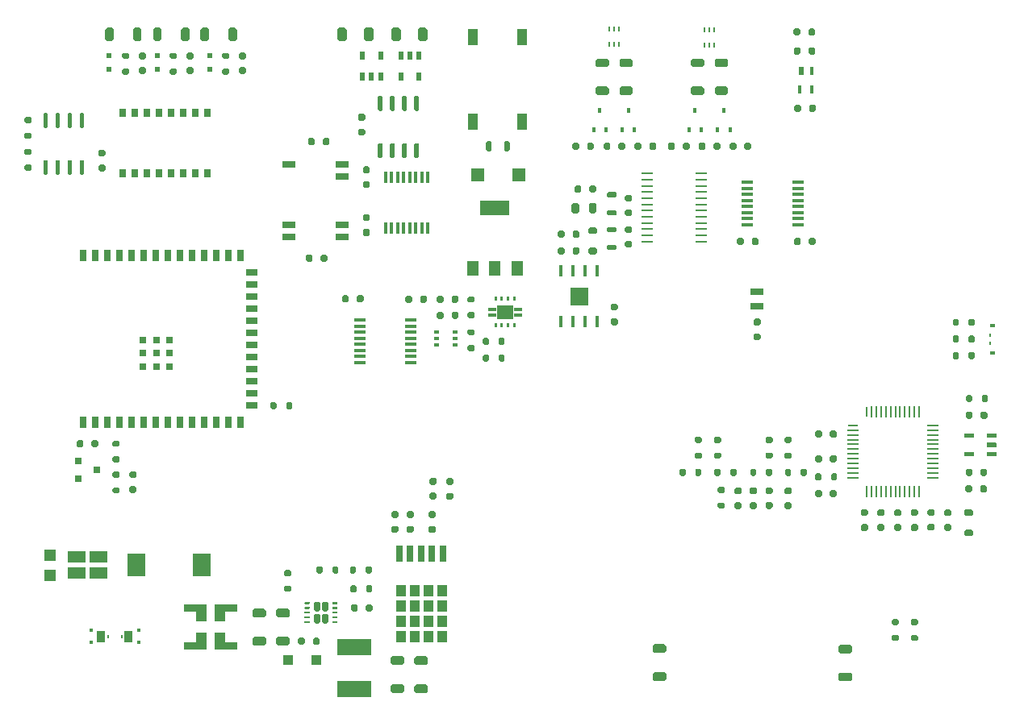
<source format=gtp>
%TF.GenerationSoftware,KiCad,Pcbnew,(5.1.8)-1*%
%TF.CreationDate,2022-12-08T11:32:54+02:00*%
%TF.ProjectId,Scale,5363616c-652e-46b6-9963-61645f706362,rev?*%
%TF.SameCoordinates,Original*%
%TF.FileFunction,Paste,Top*%
%TF.FilePolarity,Positive*%
%FSLAX46Y46*%
G04 Gerber Fmt 4.6, Leading zero omitted, Abs format (unit mm)*
G04 Created by KiCad (PCBNEW (5.1.8)-1) date 2022-12-08 11:32:54*
%MOMM*%
%LPD*%
G01*
G04 APERTURE LIST*
%ADD10C,0.010000*%
%ADD11C,0.000100*%
%ADD12R,0.360000X0.560000*%
%ADD13R,1.280000X0.328000*%
%ADD14R,0.328000X1.280000*%
%ADD15R,0.720000X0.720000*%
%ADD16R,0.720000X1.200000*%
%ADD17R,1.200000X0.720000*%
%ADD18R,0.560000X0.480000*%
%ADD19R,0.624000X0.440000*%
%ADD20R,0.272000X0.440000*%
%ADD21R,0.650240X0.955040*%
%ADD22R,0.720000X0.640000*%
%ADD23R,0.365760X0.934720*%
%ADD24R,0.609600X0.934720*%
%ADD25R,0.448640X1.204480*%
%ADD26R,1.832000X1.832000*%
%ADD27R,0.159360X0.563840*%
%ADD28R,1.178560X0.284480*%
%ADD29R,1.360000X0.640000*%
%ADD30R,0.520000X0.320000*%
%ADD31R,1.100000X1.260000*%
%ADD32R,0.640000X1.760000*%
%ADD33R,1.120000X0.192000*%
%ADD34R,1.248000X0.192000*%
%ADD35R,0.192000X1.248000*%
%ADD36R,0.192000X1.120000*%
%ADD37R,1.200000X1.600000*%
%ADD38R,3.040000X1.600000*%
%ADD39R,1.440000X0.640000*%
%ADD40R,3.600000X1.720000*%
%ADD41C,0.100000*%
%ADD42R,1.840000X2.480000*%
%ADD43R,0.520000X0.848000*%
%ADD44R,0.995680X1.788160*%
%ADD45R,1.361440X1.402080*%
%ADD46R,1.000000X0.976000*%
%ADD47R,0.400000X0.320000*%
%ADD48R,0.880000X1.280000*%
%ADD49R,0.280000X0.320000*%
%ADD50R,1.930000X1.300000*%
%ADD51R,1.232000X1.280000*%
G04 APERTURE END LIST*
D10*
%TO.C,U7*%
G36*
X141000000Y-99070000D02*
G01*
X141000000Y-97730000D01*
X142550000Y-97730000D01*
X142550000Y-99070000D01*
X141000000Y-99070000D01*
G37*
X141000000Y-99070000D02*
X141000000Y-97730000D01*
X142550000Y-97730000D01*
X142550000Y-99070000D01*
X141000000Y-99070000D01*
G36*
X140075000Y-98840000D02*
G01*
X140075000Y-98610000D01*
X140800000Y-98610000D01*
X140800000Y-98840000D01*
X140075000Y-98840000D01*
G37*
X140075000Y-98840000D02*
X140075000Y-98610000D01*
X140800000Y-98610000D01*
X140800000Y-98840000D01*
X140075000Y-98840000D01*
G36*
X140075000Y-98190000D02*
G01*
X140075000Y-97960000D01*
X140800000Y-97960000D01*
X140800000Y-98190000D01*
X140075000Y-98190000D01*
G37*
X140075000Y-98190000D02*
X140075000Y-97960000D01*
X140800000Y-97960000D01*
X140800000Y-98190000D01*
X140075000Y-98190000D01*
G36*
X143475000Y-97960000D02*
G01*
X143475000Y-98190000D01*
X142750000Y-98190000D01*
X142750000Y-97960000D01*
X143475000Y-97960000D01*
G37*
X143475000Y-97960000D02*
X143475000Y-98190000D01*
X142750000Y-98190000D01*
X142750000Y-97960000D01*
X143475000Y-97960000D01*
G36*
X143475000Y-98610000D02*
G01*
X143475000Y-98840000D01*
X142750000Y-98840000D01*
X142750000Y-98610000D01*
X143475000Y-98610000D01*
G37*
X143475000Y-98610000D02*
X143475000Y-98840000D01*
X142750000Y-98840000D01*
X142750000Y-98610000D01*
X143475000Y-98610000D01*
D11*
%TO.C,FL1*%
G36*
X111325000Y-133825000D02*
G01*
X113625000Y-133825000D01*
X113625000Y-133125000D01*
X112325000Y-133125000D01*
X112325000Y-132125000D01*
X111325000Y-132125000D01*
X111325000Y-133825000D01*
G37*
X111325000Y-133825000D02*
X113625000Y-133825000D01*
X113625000Y-133125000D01*
X112325000Y-133125000D01*
X112325000Y-132125000D01*
X111325000Y-132125000D01*
X111325000Y-133825000D01*
G36*
X110425000Y-129125000D02*
G01*
X108125000Y-129125000D01*
X108125000Y-129825000D01*
X109425000Y-129825000D01*
X109425000Y-130825000D01*
X110425000Y-130825000D01*
X110425000Y-129125000D01*
G37*
X110425000Y-129125000D02*
X108125000Y-129125000D01*
X108125000Y-129825000D01*
X109425000Y-129825000D01*
X109425000Y-130825000D01*
X110425000Y-130825000D01*
X110425000Y-129125000D01*
G36*
X110425000Y-133825000D02*
G01*
X108125000Y-133825000D01*
X108125000Y-133125000D01*
X109425000Y-133125000D01*
X109425000Y-132125000D01*
X110425000Y-132125000D01*
X110425000Y-133825000D01*
G37*
X110425000Y-133825000D02*
X108125000Y-133825000D01*
X108125000Y-133125000D01*
X109425000Y-133125000D01*
X109425000Y-132125000D01*
X110425000Y-132125000D01*
X110425000Y-133825000D01*
G36*
X111325000Y-129125000D02*
G01*
X113625000Y-129125000D01*
X113625000Y-129825000D01*
X112325000Y-129825000D01*
X112325000Y-130825000D01*
X111325000Y-130825000D01*
X111325000Y-129125000D01*
G37*
X111325000Y-129125000D02*
X113625000Y-129125000D01*
X113625000Y-129825000D01*
X112325000Y-129825000D01*
X112325000Y-130825000D01*
X111325000Y-130825000D01*
X111325000Y-129125000D01*
%TD*%
%TO.C,C43*%
G36*
G01*
X153380000Y-86380000D02*
X152620000Y-86380000D01*
G75*
G02*
X152480000Y-86240000I0J140000D01*
G01*
X152480000Y-85960000D01*
G75*
G02*
X152620000Y-85820000I140000J0D01*
G01*
X153380000Y-85820000D01*
G75*
G02*
X153520000Y-85960000I0J-140000D01*
G01*
X153520000Y-86240000D01*
G75*
G02*
X153380000Y-86380000I-140000J0D01*
G01*
G37*
G36*
G01*
X153380000Y-88280000D02*
X152620000Y-88280000D01*
G75*
G02*
X152480000Y-88140000I0J140000D01*
G01*
X152480000Y-87860000D01*
G75*
G02*
X152620000Y-87720000I140000J0D01*
G01*
X153380000Y-87720000D01*
G75*
G02*
X153520000Y-87860000I0J-140000D01*
G01*
X153520000Y-88140000D01*
G75*
G02*
X153380000Y-88280000I-140000J0D01*
G01*
G37*
%TD*%
%TO.C,C40*%
G36*
G01*
X152600000Y-91410000D02*
X153400000Y-91410000D01*
G75*
G02*
X153520000Y-91530000I0J-120000D01*
G01*
X153520000Y-91770000D01*
G75*
G02*
X153400000Y-91890000I-120000J0D01*
G01*
X152600000Y-91890000D01*
G75*
G02*
X152480000Y-91770000I0J120000D01*
G01*
X152480000Y-91530000D01*
G75*
G02*
X152600000Y-91410000I120000J0D01*
G01*
G37*
G36*
G01*
X152600000Y-89510000D02*
X153400000Y-89510000D01*
G75*
G02*
X153520000Y-89630000I0J-120000D01*
G01*
X153520000Y-89870000D01*
G75*
G02*
X153400000Y-89990000I-120000J0D01*
G01*
X152600000Y-89990000D01*
G75*
G02*
X152480000Y-89870000I0J120000D01*
G01*
X152480000Y-89630000D01*
G75*
G02*
X152600000Y-89510000I120000J0D01*
G01*
G37*
%TD*%
%TO.C,U21*%
G36*
G01*
X97285000Y-82445000D02*
X97525000Y-82445000D01*
G75*
G02*
X97645000Y-82565000I0J-120000D01*
G01*
X97645000Y-83885000D01*
G75*
G02*
X97525000Y-84005000I-120000J0D01*
G01*
X97285000Y-84005000D01*
G75*
G02*
X97165000Y-83885000I0J120000D01*
G01*
X97165000Y-82565000D01*
G75*
G02*
X97285000Y-82445000I120000J0D01*
G01*
G37*
G36*
G01*
X96015000Y-82445000D02*
X96255000Y-82445000D01*
G75*
G02*
X96375000Y-82565000I0J-120000D01*
G01*
X96375000Y-83885000D01*
G75*
G02*
X96255000Y-84005000I-120000J0D01*
G01*
X96015000Y-84005000D01*
G75*
G02*
X95895000Y-83885000I0J120000D01*
G01*
X95895000Y-82565000D01*
G75*
G02*
X96015000Y-82445000I120000J0D01*
G01*
G37*
G36*
G01*
X94745000Y-82445000D02*
X94985000Y-82445000D01*
G75*
G02*
X95105000Y-82565000I0J-120000D01*
G01*
X95105000Y-83885000D01*
G75*
G02*
X94985000Y-84005000I-120000J0D01*
G01*
X94745000Y-84005000D01*
G75*
G02*
X94625000Y-83885000I0J120000D01*
G01*
X94625000Y-82565000D01*
G75*
G02*
X94745000Y-82445000I120000J0D01*
G01*
G37*
G36*
G01*
X93475000Y-82445000D02*
X93715000Y-82445000D01*
G75*
G02*
X93835000Y-82565000I0J-120000D01*
G01*
X93835000Y-83885000D01*
G75*
G02*
X93715000Y-84005000I-120000J0D01*
G01*
X93475000Y-84005000D01*
G75*
G02*
X93355000Y-83885000I0J120000D01*
G01*
X93355000Y-82565000D01*
G75*
G02*
X93475000Y-82445000I120000J0D01*
G01*
G37*
G36*
G01*
X93475000Y-77495000D02*
X93715000Y-77495000D01*
G75*
G02*
X93835000Y-77615000I0J-120000D01*
G01*
X93835000Y-78935000D01*
G75*
G02*
X93715000Y-79055000I-120000J0D01*
G01*
X93475000Y-79055000D01*
G75*
G02*
X93355000Y-78935000I0J120000D01*
G01*
X93355000Y-77615000D01*
G75*
G02*
X93475000Y-77495000I120000J0D01*
G01*
G37*
G36*
G01*
X94745000Y-77495000D02*
X94985000Y-77495000D01*
G75*
G02*
X95105000Y-77615000I0J-120000D01*
G01*
X95105000Y-78935000D01*
G75*
G02*
X94985000Y-79055000I-120000J0D01*
G01*
X94745000Y-79055000D01*
G75*
G02*
X94625000Y-78935000I0J120000D01*
G01*
X94625000Y-77615000D01*
G75*
G02*
X94745000Y-77495000I120000J0D01*
G01*
G37*
G36*
G01*
X96015000Y-77495000D02*
X96255000Y-77495000D01*
G75*
G02*
X96375000Y-77615000I0J-120000D01*
G01*
X96375000Y-78935000D01*
G75*
G02*
X96255000Y-79055000I-120000J0D01*
G01*
X96015000Y-79055000D01*
G75*
G02*
X95895000Y-78935000I0J120000D01*
G01*
X95895000Y-77615000D01*
G75*
G02*
X96015000Y-77495000I120000J0D01*
G01*
G37*
G36*
G01*
X97285000Y-77495000D02*
X97525000Y-77495000D01*
G75*
G02*
X97645000Y-77615000I0J-120000D01*
G01*
X97645000Y-78935000D01*
G75*
G02*
X97525000Y-79055000I-120000J0D01*
G01*
X97285000Y-79055000D01*
G75*
G02*
X97165000Y-78935000I0J120000D01*
G01*
X97165000Y-77615000D01*
G75*
G02*
X97285000Y-77495000I120000J0D01*
G01*
G37*
%TD*%
%TO.C,R37*%
G36*
G01*
X91970000Y-78570000D02*
X91530000Y-78570000D01*
G75*
G02*
X91370000Y-78410000I0J160000D01*
G01*
X91370000Y-78090000D01*
G75*
G02*
X91530000Y-77930000I160000J0D01*
G01*
X91970000Y-77930000D01*
G75*
G02*
X92130000Y-78090000I0J-160000D01*
G01*
X92130000Y-78410000D01*
G75*
G02*
X91970000Y-78570000I-160000J0D01*
G01*
G37*
G36*
G01*
X91970000Y-80220000D02*
X91530000Y-80220000D01*
G75*
G02*
X91370000Y-80060000I0J160000D01*
G01*
X91370000Y-79740000D01*
G75*
G02*
X91530000Y-79580000I160000J0D01*
G01*
X91970000Y-79580000D01*
G75*
G02*
X92130000Y-79740000I0J-160000D01*
G01*
X92130000Y-80060000D01*
G75*
G02*
X91970000Y-80220000I-160000J0D01*
G01*
G37*
%TD*%
%TO.C,R36*%
G36*
G01*
X91530000Y-82930000D02*
X91970000Y-82930000D01*
G75*
G02*
X92130000Y-83090000I0J-160000D01*
G01*
X92130000Y-83410000D01*
G75*
G02*
X91970000Y-83570000I-160000J0D01*
G01*
X91530000Y-83570000D01*
G75*
G02*
X91370000Y-83410000I0J160000D01*
G01*
X91370000Y-83090000D01*
G75*
G02*
X91530000Y-82930000I160000J0D01*
G01*
G37*
G36*
G01*
X91530000Y-81280000D02*
X91970000Y-81280000D01*
G75*
G02*
X92130000Y-81440000I0J-160000D01*
G01*
X92130000Y-81760000D01*
G75*
G02*
X91970000Y-81920000I-160000J0D01*
G01*
X91530000Y-81920000D01*
G75*
G02*
X91370000Y-81760000I0J160000D01*
G01*
X91370000Y-81440000D01*
G75*
G02*
X91530000Y-81280000I160000J0D01*
G01*
G37*
%TD*%
%TO.C,C64*%
G36*
G01*
X99700000Y-82085000D02*
X99300000Y-82085000D01*
G75*
G02*
X99120000Y-81905000I0J180000D01*
G01*
X99120000Y-81545000D01*
G75*
G02*
X99300000Y-81365000I180000J0D01*
G01*
X99700000Y-81365000D01*
G75*
G02*
X99880000Y-81545000I0J-180000D01*
G01*
X99880000Y-81905000D01*
G75*
G02*
X99700000Y-82085000I-180000J0D01*
G01*
G37*
G36*
G01*
X99700000Y-83635000D02*
X99300000Y-83635000D01*
G75*
G02*
X99120000Y-83455000I0J180000D01*
G01*
X99120000Y-83095000D01*
G75*
G02*
X99300000Y-82915000I180000J0D01*
G01*
X99700000Y-82915000D01*
G75*
G02*
X99880000Y-83095000I0J-180000D01*
G01*
X99880000Y-83455000D01*
G75*
G02*
X99700000Y-83635000I-180000J0D01*
G01*
G37*
%TD*%
D12*
%TO.C,D12*%
X161750000Y-77250000D03*
X162400000Y-79250000D03*
X161100000Y-79250000D03*
%TD*%
%TO.C,D11*%
X164750000Y-77250000D03*
X165400000Y-79250000D03*
X164100000Y-79250000D03*
%TD*%
%TO.C,D10*%
X151750000Y-77250000D03*
X152400000Y-79250000D03*
X151100000Y-79250000D03*
%TD*%
%TO.C,D9*%
X154750000Y-77250000D03*
X155400000Y-79250000D03*
X154100000Y-79250000D03*
%TD*%
%TO.C,U7*%
G36*
G01*
X140914080Y-100040000D02*
X140685920Y-100040000D01*
G75*
G02*
X140676000Y-100030080I0J9920D01*
G01*
X140676000Y-99569920D01*
G75*
G02*
X140685920Y-99560000I9920J0D01*
G01*
X140914080Y-99560000D01*
G75*
G02*
X140924000Y-99569920I0J-9920D01*
G01*
X140924000Y-100030080D01*
G75*
G02*
X140914080Y-100040000I-9920J0D01*
G01*
G37*
G36*
G01*
X141564080Y-100040000D02*
X141335920Y-100040000D01*
G75*
G02*
X141326000Y-100030080I0J9920D01*
G01*
X141326000Y-99569920D01*
G75*
G02*
X141335920Y-99560000I9920J0D01*
G01*
X141564080Y-99560000D01*
G75*
G02*
X141574000Y-99569920I0J-9920D01*
G01*
X141574000Y-100030080D01*
G75*
G02*
X141564080Y-100040000I-9920J0D01*
G01*
G37*
G36*
G01*
X142214080Y-100040000D02*
X141985920Y-100040000D01*
G75*
G02*
X141976000Y-100030080I0J9920D01*
G01*
X141976000Y-99569920D01*
G75*
G02*
X141985920Y-99560000I9920J0D01*
G01*
X142214080Y-99560000D01*
G75*
G02*
X142224000Y-99569920I0J-9920D01*
G01*
X142224000Y-100030080D01*
G75*
G02*
X142214080Y-100040000I-9920J0D01*
G01*
G37*
G36*
G01*
X142864080Y-100040000D02*
X142635920Y-100040000D01*
G75*
G02*
X142626000Y-100030080I0J9920D01*
G01*
X142626000Y-99569920D01*
G75*
G02*
X142635920Y-99560000I9920J0D01*
G01*
X142864080Y-99560000D01*
G75*
G02*
X142874000Y-99569920I0J-9920D01*
G01*
X142874000Y-100030080D01*
G75*
G02*
X142864080Y-100040000I-9920J0D01*
G01*
G37*
G36*
G01*
X142864080Y-97240000D02*
X142635920Y-97240000D01*
G75*
G02*
X142626000Y-97230080I0J9920D01*
G01*
X142626000Y-96769920D01*
G75*
G02*
X142635920Y-96760000I9920J0D01*
G01*
X142864080Y-96760000D01*
G75*
G02*
X142874000Y-96769920I0J-9920D01*
G01*
X142874000Y-97230080D01*
G75*
G02*
X142864080Y-97240000I-9920J0D01*
G01*
G37*
G36*
G01*
X142214080Y-97240000D02*
X141985920Y-97240000D01*
G75*
G02*
X141976000Y-97230080I0J9920D01*
G01*
X141976000Y-96769920D01*
G75*
G02*
X141985920Y-96760000I9920J0D01*
G01*
X142214080Y-96760000D01*
G75*
G02*
X142224000Y-96769920I0J-9920D01*
G01*
X142224000Y-97230080D01*
G75*
G02*
X142214080Y-97240000I-9920J0D01*
G01*
G37*
G36*
G01*
X141564080Y-97240000D02*
X141335920Y-97240000D01*
G75*
G02*
X141326000Y-97230080I0J9920D01*
G01*
X141326000Y-96769920D01*
G75*
G02*
X141335920Y-96760000I9920J0D01*
G01*
X141564080Y-96760000D01*
G75*
G02*
X141574000Y-96769920I0J-9920D01*
G01*
X141574000Y-97230080D01*
G75*
G02*
X141564080Y-97240000I-9920J0D01*
G01*
G37*
G36*
G01*
X140914080Y-97240000D02*
X140685920Y-97240000D01*
G75*
G02*
X140676000Y-97230080I0J9920D01*
G01*
X140676000Y-96769920D01*
G75*
G02*
X140685920Y-96760000I9920J0D01*
G01*
X140914080Y-96760000D01*
G75*
G02*
X140924000Y-96769920I0J-9920D01*
G01*
X140924000Y-97230080D01*
G75*
G02*
X140914080Y-97240000I-9920J0D01*
G01*
G37*
%TD*%
%TO.C,C8*%
G36*
G01*
X181050000Y-120690000D02*
X181450000Y-120690000D01*
G75*
G02*
X181630000Y-120870000I0J-180000D01*
G01*
X181630000Y-121230000D01*
G75*
G02*
X181450000Y-121410000I-180000J0D01*
G01*
X181050000Y-121410000D01*
G75*
G02*
X180870000Y-121230000I0J180000D01*
G01*
X180870000Y-120870000D01*
G75*
G02*
X181050000Y-120690000I180000J0D01*
G01*
G37*
G36*
G01*
X181050000Y-119140000D02*
X181450000Y-119140000D01*
G75*
G02*
X181630000Y-119320000I0J-180000D01*
G01*
X181630000Y-119680000D01*
G75*
G02*
X181450000Y-119860000I-180000J0D01*
G01*
X181050000Y-119860000D01*
G75*
G02*
X180870000Y-119680000I0J180000D01*
G01*
X180870000Y-119320000D01*
G75*
G02*
X181050000Y-119140000I180000J0D01*
G01*
G37*
%TD*%
D13*
%TO.C,U12*%
X167250000Y-89222500D03*
X167250000Y-88587500D03*
X167250000Y-87952500D03*
X167250000Y-87317500D03*
X167250000Y-86682500D03*
X167250000Y-86047500D03*
X167250000Y-85412500D03*
X167250000Y-84777500D03*
X172558600Y-84777500D03*
X172558600Y-85412500D03*
X172558600Y-86047500D03*
X172558600Y-86682500D03*
X172558600Y-87317500D03*
X172558600Y-87952500D03*
X172558600Y-88587500D03*
X172558600Y-89222500D03*
%TD*%
D14*
%TO.C,U9*%
X129277500Y-84250000D03*
X129912500Y-84250000D03*
X130547500Y-84250000D03*
X131182500Y-84250000D03*
X131817500Y-84250000D03*
X132452500Y-84250000D03*
X133087500Y-84250000D03*
X133722500Y-84250000D03*
X133722500Y-89558600D03*
X133087500Y-89558600D03*
X132452500Y-89558600D03*
X131817500Y-89558600D03*
X131182500Y-89558600D03*
X130547500Y-89558600D03*
X129912500Y-89558600D03*
X129277500Y-89558600D03*
%TD*%
D13*
%TO.C,U5*%
X131904300Y-99277500D03*
X131904300Y-99912500D03*
X131904300Y-100547500D03*
X131904300Y-101182500D03*
X131904300Y-101817500D03*
X131904300Y-102452500D03*
X131904300Y-103087500D03*
X131904300Y-103722500D03*
X126595700Y-103722500D03*
X126595700Y-103087500D03*
X126595700Y-102452500D03*
X126595700Y-101817500D03*
X126595700Y-101182500D03*
X126595700Y-100547500D03*
X126595700Y-99912500D03*
X126595700Y-99277500D03*
%TD*%
D15*
%TO.C,U19*%
X105210000Y-102750000D03*
D16*
X97490000Y-110000000D03*
D15*
X105210000Y-104150000D03*
X105210000Y-101350000D03*
X106610000Y-104150000D03*
X106610000Y-102750000D03*
X106610000Y-101350000D03*
X103810000Y-104150000D03*
X103810000Y-102750000D03*
X103810000Y-101350000D03*
D16*
X98760000Y-110000000D03*
X100030000Y-110000000D03*
X101300000Y-110000000D03*
X102570000Y-110000000D03*
X103840000Y-110000000D03*
X105110000Y-110000000D03*
X106380000Y-110000000D03*
X107650000Y-110000000D03*
X108920000Y-110000000D03*
X110190000Y-110000000D03*
X111460000Y-110000000D03*
X112730000Y-110000000D03*
X114000000Y-110000000D03*
D17*
X115250000Y-108235000D03*
D16*
X114000000Y-92500000D03*
X112730000Y-92500000D03*
X111460000Y-92500000D03*
X110190000Y-92500000D03*
X108920000Y-92500000D03*
X107650000Y-92500000D03*
X106380000Y-92500000D03*
X105110000Y-92500000D03*
X103840000Y-92500000D03*
X102570000Y-92500000D03*
X101300000Y-92500000D03*
X100030000Y-92500000D03*
X98760000Y-92500000D03*
X97490000Y-92500000D03*
D17*
X115250000Y-106965000D03*
X115250000Y-105695000D03*
X115250000Y-104425000D03*
X115250000Y-103155000D03*
X115250000Y-101885000D03*
X115250000Y-100615000D03*
X115250000Y-99345000D03*
X115250000Y-98075000D03*
X115250000Y-96805000D03*
X115250000Y-95535000D03*
X115250000Y-94265000D03*
%TD*%
D18*
%TO.C,D16*%
X100275000Y-71500000D03*
X100275000Y-72900000D03*
%TD*%
%TO.C,D15*%
X105325000Y-71500000D03*
X105325000Y-72900000D03*
%TD*%
%TO.C,D14*%
X110800000Y-71500000D03*
X110800000Y-72900000D03*
%TD*%
%TO.C,R40*%
G36*
G01*
X190430000Y-103220000D02*
X190430000Y-102780000D01*
G75*
G02*
X190590000Y-102620000I160000J0D01*
G01*
X190910000Y-102620000D01*
G75*
G02*
X191070000Y-102780000I0J-160000D01*
G01*
X191070000Y-103220000D01*
G75*
G02*
X190910000Y-103380000I-160000J0D01*
G01*
X190590000Y-103380000D01*
G75*
G02*
X190430000Y-103220000I0J160000D01*
G01*
G37*
G36*
G01*
X188780000Y-103220000D02*
X188780000Y-102780000D01*
G75*
G02*
X188940000Y-102620000I160000J0D01*
G01*
X189260000Y-102620000D01*
G75*
G02*
X189420000Y-102780000I0J-160000D01*
G01*
X189420000Y-103220000D01*
G75*
G02*
X189260000Y-103380000I-160000J0D01*
G01*
X188940000Y-103380000D01*
G75*
G02*
X188780000Y-103220000I0J160000D01*
G01*
G37*
%TD*%
%TO.C,R39*%
G36*
G01*
X190430000Y-101470000D02*
X190430000Y-101030000D01*
G75*
G02*
X190590000Y-100870000I160000J0D01*
G01*
X190910000Y-100870000D01*
G75*
G02*
X191070000Y-101030000I0J-160000D01*
G01*
X191070000Y-101470000D01*
G75*
G02*
X190910000Y-101630000I-160000J0D01*
G01*
X190590000Y-101630000D01*
G75*
G02*
X190430000Y-101470000I0J160000D01*
G01*
G37*
G36*
G01*
X188780000Y-101470000D02*
X188780000Y-101030000D01*
G75*
G02*
X188940000Y-100870000I160000J0D01*
G01*
X189260000Y-100870000D01*
G75*
G02*
X189420000Y-101030000I0J-160000D01*
G01*
X189420000Y-101470000D01*
G75*
G02*
X189260000Y-101630000I-160000J0D01*
G01*
X188940000Y-101630000D01*
G75*
G02*
X188780000Y-101470000I0J160000D01*
G01*
G37*
%TD*%
%TO.C,R38*%
G36*
G01*
X190430000Y-99720000D02*
X190430000Y-99280000D01*
G75*
G02*
X190590000Y-99120000I160000J0D01*
G01*
X190910000Y-99120000D01*
G75*
G02*
X191070000Y-99280000I0J-160000D01*
G01*
X191070000Y-99720000D01*
G75*
G02*
X190910000Y-99880000I-160000J0D01*
G01*
X190590000Y-99880000D01*
G75*
G02*
X190430000Y-99720000I0J160000D01*
G01*
G37*
G36*
G01*
X188780000Y-99720000D02*
X188780000Y-99280000D01*
G75*
G02*
X188940000Y-99120000I160000J0D01*
G01*
X189260000Y-99120000D01*
G75*
G02*
X189420000Y-99280000I0J-160000D01*
G01*
X189420000Y-99720000D01*
G75*
G02*
X189260000Y-99880000I-160000J0D01*
G01*
X188940000Y-99880000D01*
G75*
G02*
X188780000Y-99720000I0J160000D01*
G01*
G37*
%TD*%
D19*
%TO.C,D17*%
X192930000Y-99825000D03*
X192930000Y-102675000D03*
D20*
X192710000Y-100825000D03*
X192710000Y-101675000D03*
%TD*%
D21*
%TO.C,U20*%
X110560000Y-77500000D03*
X109290000Y-77500000D03*
X108020000Y-77500000D03*
X106750000Y-77500000D03*
X105480000Y-77500000D03*
X104210000Y-77500000D03*
X102940000Y-77500000D03*
X101670000Y-77500000D03*
X101670000Y-83799998D03*
X102940000Y-83799998D03*
X104210000Y-83799998D03*
X105480000Y-83799998D03*
X106750000Y-83799998D03*
X108020000Y-83799998D03*
X109290000Y-83799998D03*
X110560000Y-83799998D03*
%TD*%
%TO.C,R35*%
G36*
G01*
X101780000Y-72830000D02*
X102220000Y-72830000D01*
G75*
G02*
X102380000Y-72990000I0J-160000D01*
G01*
X102380000Y-73310000D01*
G75*
G02*
X102220000Y-73470000I-160000J0D01*
G01*
X101780000Y-73470000D01*
G75*
G02*
X101620000Y-73310000I0J160000D01*
G01*
X101620000Y-72990000D01*
G75*
G02*
X101780000Y-72830000I160000J0D01*
G01*
G37*
G36*
G01*
X101780000Y-71180000D02*
X102220000Y-71180000D01*
G75*
G02*
X102380000Y-71340000I0J-160000D01*
G01*
X102380000Y-71660000D01*
G75*
G02*
X102220000Y-71820000I-160000J0D01*
G01*
X101780000Y-71820000D01*
G75*
G02*
X101620000Y-71660000I0J160000D01*
G01*
X101620000Y-71340000D01*
G75*
G02*
X101780000Y-71180000I160000J0D01*
G01*
G37*
%TD*%
%TO.C,R34*%
G36*
G01*
X102762500Y-69750001D02*
X102762500Y-68749999D01*
G75*
G02*
X102962499Y-68550000I199999J0D01*
G01*
X103462501Y-68550000D01*
G75*
G02*
X103662500Y-68749999I0J-199999D01*
G01*
X103662500Y-69750001D01*
G75*
G02*
X103462501Y-69950000I-199999J0D01*
G01*
X102962499Y-69950000D01*
G75*
G02*
X102762500Y-69750001I0J199999D01*
G01*
G37*
G36*
G01*
X99837500Y-69750001D02*
X99837500Y-68749999D01*
G75*
G02*
X100037499Y-68550000I199999J0D01*
G01*
X100537501Y-68550000D01*
G75*
G02*
X100737500Y-68749999I0J-199999D01*
G01*
X100737500Y-69750001D01*
G75*
G02*
X100537501Y-69950000I-199999J0D01*
G01*
X100037499Y-69950000D01*
G75*
G02*
X99837500Y-69750001I0J199999D01*
G01*
G37*
%TD*%
%TO.C,C63*%
G36*
G01*
X103550000Y-72690000D02*
X103950000Y-72690000D01*
G75*
G02*
X104130000Y-72870000I0J-180000D01*
G01*
X104130000Y-73230000D01*
G75*
G02*
X103950000Y-73410000I-180000J0D01*
G01*
X103550000Y-73410000D01*
G75*
G02*
X103370000Y-73230000I0J180000D01*
G01*
X103370000Y-72870000D01*
G75*
G02*
X103550000Y-72690000I180000J0D01*
G01*
G37*
G36*
G01*
X103550000Y-71140000D02*
X103950000Y-71140000D01*
G75*
G02*
X104130000Y-71320000I0J-180000D01*
G01*
X104130000Y-71680000D01*
G75*
G02*
X103950000Y-71860000I-180000J0D01*
G01*
X103550000Y-71860000D01*
G75*
G02*
X103370000Y-71680000I0J180000D01*
G01*
X103370000Y-71320000D01*
G75*
G02*
X103550000Y-71140000I180000J0D01*
G01*
G37*
%TD*%
%TO.C,X1*%
G36*
G01*
X193326000Y-113545000D02*
X192374000Y-113545000D01*
G75*
G02*
X192330000Y-113501000I0J44000D01*
G01*
X192330000Y-113149000D01*
G75*
G02*
X192374000Y-113105000I44000J0D01*
G01*
X193326000Y-113105000D01*
G75*
G02*
X193370000Y-113149000I0J-44000D01*
G01*
X193370000Y-113501000D01*
G75*
G02*
X193326000Y-113545000I-44000J0D01*
G01*
G37*
G36*
G01*
X193326000Y-112595000D02*
X192374000Y-112595000D01*
G75*
G02*
X192330000Y-112551000I0J44000D01*
G01*
X192330000Y-112199000D01*
G75*
G02*
X192374000Y-112155000I44000J0D01*
G01*
X193326000Y-112155000D01*
G75*
G02*
X193370000Y-112199000I0J-44000D01*
G01*
X193370000Y-112551000D01*
G75*
G02*
X193326000Y-112595000I-44000J0D01*
G01*
G37*
G36*
G01*
X193326000Y-111645000D02*
X192374000Y-111645000D01*
G75*
G02*
X192330000Y-111601000I0J44000D01*
G01*
X192330000Y-111249000D01*
G75*
G02*
X192374000Y-111205000I44000J0D01*
G01*
X193326000Y-111205000D01*
G75*
G02*
X193370000Y-111249000I0J-44000D01*
G01*
X193370000Y-111601000D01*
G75*
G02*
X193326000Y-111645000I-44000J0D01*
G01*
G37*
G36*
G01*
X190976000Y-111645000D02*
X190024000Y-111645000D01*
G75*
G02*
X189980000Y-111601000I0J44000D01*
G01*
X189980000Y-111249000D01*
G75*
G02*
X190024000Y-111205000I44000J0D01*
G01*
X190976000Y-111205000D01*
G75*
G02*
X191020000Y-111249000I0J-44000D01*
G01*
X191020000Y-111601000D01*
G75*
G02*
X190976000Y-111645000I-44000J0D01*
G01*
G37*
G36*
G01*
X190976000Y-113545000D02*
X190024000Y-113545000D01*
G75*
G02*
X189980000Y-113501000I0J44000D01*
G01*
X189980000Y-113149000D01*
G75*
G02*
X190024000Y-113105000I44000J0D01*
G01*
X190976000Y-113105000D01*
G75*
G02*
X191020000Y-113149000I0J-44000D01*
G01*
X191020000Y-113501000D01*
G75*
G02*
X190976000Y-113545000I-44000J0D01*
G01*
G37*
%TD*%
D22*
%TO.C,U18*%
X99000000Y-115000000D03*
X97000000Y-115950000D03*
X97000000Y-114050000D03*
%TD*%
D23*
%TO.C,U17*%
X174000001Y-73044200D03*
D24*
X172852401Y-73044200D03*
D23*
X172700002Y-75000000D03*
X174000000Y-75000000D03*
%TD*%
D25*
%TO.C,U16*%
X151500000Y-94047201D03*
X150230000Y-94047201D03*
X148960000Y-94047201D03*
X147690000Y-94047201D03*
X147690000Y-99452799D03*
X148960000Y-99452799D03*
X150230000Y-99452799D03*
X151500000Y-99452799D03*
D26*
X149595000Y-96750000D03*
%TD*%
D27*
%TO.C,U14*%
X153749999Y-68697599D03*
X153250000Y-68697599D03*
X152750001Y-68697599D03*
X152750001Y-70302401D03*
X153250000Y-70302401D03*
X153749999Y-70302401D03*
%TD*%
%TO.C,U13*%
X163749999Y-68750000D03*
X163250000Y-68750000D03*
X162750001Y-68750000D03*
X162750001Y-70354802D03*
X163250000Y-70354802D03*
X163749999Y-70354802D03*
%TD*%
D28*
%TO.C,U11*%
X162388800Y-90999997D03*
X162388800Y-90349998D03*
X162388800Y-89700000D03*
X162388800Y-89049999D03*
X162388800Y-88400000D03*
X162388800Y-87749999D03*
X162388800Y-87100000D03*
X162388800Y-86449999D03*
X162388800Y-85800000D03*
X162388800Y-85149999D03*
X162388800Y-84500000D03*
X162388800Y-83849999D03*
X156750000Y-83849999D03*
X156750000Y-84499998D03*
X156750000Y-85149999D03*
X156750000Y-85799997D03*
X156750000Y-86449999D03*
X156750000Y-87099997D03*
X156750000Y-87749996D03*
X156750000Y-88399997D03*
X156750000Y-89049996D03*
X156750000Y-89699997D03*
X156750000Y-90349996D03*
X156750000Y-90999997D03*
%TD*%
%TO.C,U10*%
G36*
G01*
X128830000Y-77280000D02*
X128590000Y-77280000D01*
G75*
G02*
X128470000Y-77160000I0J120000D01*
G01*
X128470000Y-75840000D01*
G75*
G02*
X128590000Y-75720000I120000J0D01*
G01*
X128830000Y-75720000D01*
G75*
G02*
X128950000Y-75840000I0J-120000D01*
G01*
X128950000Y-77160000D01*
G75*
G02*
X128830000Y-77280000I-120000J0D01*
G01*
G37*
G36*
G01*
X130100000Y-77280000D02*
X129860000Y-77280000D01*
G75*
G02*
X129740000Y-77160000I0J120000D01*
G01*
X129740000Y-75840000D01*
G75*
G02*
X129860000Y-75720000I120000J0D01*
G01*
X130100000Y-75720000D01*
G75*
G02*
X130220000Y-75840000I0J-120000D01*
G01*
X130220000Y-77160000D01*
G75*
G02*
X130100000Y-77280000I-120000J0D01*
G01*
G37*
G36*
G01*
X131370000Y-77280000D02*
X131130000Y-77280000D01*
G75*
G02*
X131010000Y-77160000I0J120000D01*
G01*
X131010000Y-75840000D01*
G75*
G02*
X131130000Y-75720000I120000J0D01*
G01*
X131370000Y-75720000D01*
G75*
G02*
X131490000Y-75840000I0J-120000D01*
G01*
X131490000Y-77160000D01*
G75*
G02*
X131370000Y-77280000I-120000J0D01*
G01*
G37*
G36*
G01*
X132640000Y-77280000D02*
X132400000Y-77280000D01*
G75*
G02*
X132280000Y-77160000I0J120000D01*
G01*
X132280000Y-75840000D01*
G75*
G02*
X132400000Y-75720000I120000J0D01*
G01*
X132640000Y-75720000D01*
G75*
G02*
X132760000Y-75840000I0J-120000D01*
G01*
X132760000Y-77160000D01*
G75*
G02*
X132640000Y-77280000I-120000J0D01*
G01*
G37*
G36*
G01*
X132640000Y-82230000D02*
X132400000Y-82230000D01*
G75*
G02*
X132280000Y-82110000I0J120000D01*
G01*
X132280000Y-80790000D01*
G75*
G02*
X132400000Y-80670000I120000J0D01*
G01*
X132640000Y-80670000D01*
G75*
G02*
X132760000Y-80790000I0J-120000D01*
G01*
X132760000Y-82110000D01*
G75*
G02*
X132640000Y-82230000I-120000J0D01*
G01*
G37*
G36*
G01*
X131370000Y-82230000D02*
X131130000Y-82230000D01*
G75*
G02*
X131010000Y-82110000I0J120000D01*
G01*
X131010000Y-80790000D01*
G75*
G02*
X131130000Y-80670000I120000J0D01*
G01*
X131370000Y-80670000D01*
G75*
G02*
X131490000Y-80790000I0J-120000D01*
G01*
X131490000Y-82110000D01*
G75*
G02*
X131370000Y-82230000I-120000J0D01*
G01*
G37*
G36*
G01*
X130100000Y-82230000D02*
X129860000Y-82230000D01*
G75*
G02*
X129740000Y-82110000I0J120000D01*
G01*
X129740000Y-80790000D01*
G75*
G02*
X129860000Y-80670000I120000J0D01*
G01*
X130100000Y-80670000D01*
G75*
G02*
X130220000Y-80790000I0J-120000D01*
G01*
X130220000Y-82110000D01*
G75*
G02*
X130100000Y-82230000I-120000J0D01*
G01*
G37*
G36*
G01*
X128830000Y-82230000D02*
X128590000Y-82230000D01*
G75*
G02*
X128470000Y-82110000I0J120000D01*
G01*
X128470000Y-80790000D01*
G75*
G02*
X128590000Y-80670000I120000J0D01*
G01*
X128830000Y-80670000D01*
G75*
G02*
X128950000Y-80790000I0J-120000D01*
G01*
X128950000Y-82110000D01*
G75*
G02*
X128830000Y-82230000I-120000J0D01*
G01*
G37*
%TD*%
D29*
%TO.C,U8*%
X124750000Y-90500000D03*
X124750000Y-89230000D03*
X124750000Y-84150000D03*
X124750000Y-82880000D03*
X119150000Y-82880000D03*
X119150000Y-89230000D03*
X119150000Y-90500000D03*
%TD*%
D30*
%TO.C,U6*%
X136550000Y-100550000D03*
X136550000Y-101850000D03*
X134650000Y-101200000D03*
X136550000Y-101200000D03*
X134650000Y-101850000D03*
X134650000Y-100550000D03*
%TD*%
D31*
%TO.C,U4*%
X130850000Y-132500000D03*
X132300000Y-132500000D03*
X133750000Y-132500000D03*
X130850000Y-130900000D03*
X132300000Y-130900000D03*
X133750000Y-130900000D03*
X130850000Y-129300000D03*
X132300000Y-129300000D03*
X133750000Y-129300000D03*
X135200000Y-132500000D03*
X135200000Y-130900000D03*
X135200000Y-129300000D03*
X130850000Y-127700000D03*
X132300000Y-127700000D03*
X133750000Y-127700000D03*
X135200000Y-127700000D03*
D32*
X130720000Y-123800000D03*
X131860000Y-123800000D03*
X133000000Y-123800000D03*
X134140000Y-123800000D03*
X135280000Y-123800000D03*
%TD*%
%TO.C,U3*%
G36*
G01*
X122420000Y-129042500D02*
X122420000Y-129707500D01*
G75*
G02*
X122247500Y-129880000I-172500J0D01*
G01*
X121902500Y-129880000D01*
G75*
G02*
X121730000Y-129707500I0J172500D01*
G01*
X121730000Y-129042500D01*
G75*
G02*
X121902500Y-128870000I172500J0D01*
G01*
X122247500Y-128870000D01*
G75*
G02*
X122420000Y-129042500I0J-172500D01*
G01*
G37*
G36*
G01*
X122420000Y-130292500D02*
X122420000Y-130957500D01*
G75*
G02*
X122247500Y-131130000I-172500J0D01*
G01*
X121902500Y-131130000D01*
G75*
G02*
X121730000Y-130957500I0J172500D01*
G01*
X121730000Y-130292500D01*
G75*
G02*
X121902500Y-130120000I172500J0D01*
G01*
X122247500Y-130120000D01*
G75*
G02*
X122420000Y-130292500I0J-172500D01*
G01*
G37*
G36*
G01*
X123270000Y-129042500D02*
X123270000Y-129707500D01*
G75*
G02*
X123097500Y-129880000I-172500J0D01*
G01*
X122752500Y-129880000D01*
G75*
G02*
X122580000Y-129707500I0J172500D01*
G01*
X122580000Y-129042500D01*
G75*
G02*
X122752500Y-128870000I172500J0D01*
G01*
X123097500Y-128870000D01*
G75*
G02*
X123270000Y-129042500I0J-172500D01*
G01*
G37*
G36*
G01*
X123270000Y-130292500D02*
X123270000Y-130957500D01*
G75*
G02*
X123097500Y-131130000I-172500J0D01*
G01*
X122752500Y-131130000D01*
G75*
G02*
X122580000Y-130957500I0J172500D01*
G01*
X122580000Y-130292500D01*
G75*
G02*
X122752500Y-130120000I172500J0D01*
G01*
X123097500Y-130120000D01*
G75*
G02*
X123270000Y-130292500I0J-172500D01*
G01*
G37*
G36*
G01*
X121317500Y-130950000D02*
X121317500Y-131050000D01*
G75*
G02*
X121267500Y-131100000I-50000J0D01*
G01*
X120807500Y-131100000D01*
G75*
G02*
X120757500Y-131050000I0J50000D01*
G01*
X120757500Y-130950000D01*
G75*
G02*
X120807500Y-130900000I50000J0D01*
G01*
X121267500Y-130900000D01*
G75*
G02*
X121317500Y-130950000I0J-50000D01*
G01*
G37*
G36*
G01*
X121317500Y-130450000D02*
X121317500Y-130550000D01*
G75*
G02*
X121267500Y-130600000I-50000J0D01*
G01*
X120807500Y-130600000D01*
G75*
G02*
X120757500Y-130550000I0J50000D01*
G01*
X120757500Y-130450000D01*
G75*
G02*
X120807500Y-130400000I50000J0D01*
G01*
X121267500Y-130400000D01*
G75*
G02*
X121317500Y-130450000I0J-50000D01*
G01*
G37*
G36*
G01*
X121317500Y-129950000D02*
X121317500Y-130050000D01*
G75*
G02*
X121267500Y-130100000I-50000J0D01*
G01*
X120807500Y-130100000D01*
G75*
G02*
X120757500Y-130050000I0J50000D01*
G01*
X120757500Y-129950000D01*
G75*
G02*
X120807500Y-129900000I50000J0D01*
G01*
X121267500Y-129900000D01*
G75*
G02*
X121317500Y-129950000I0J-50000D01*
G01*
G37*
G36*
G01*
X121317500Y-129450000D02*
X121317500Y-129550000D01*
G75*
G02*
X121267500Y-129600000I-50000J0D01*
G01*
X120807500Y-129600000D01*
G75*
G02*
X120757500Y-129550000I0J50000D01*
G01*
X120757500Y-129450000D01*
G75*
G02*
X120807500Y-129400000I50000J0D01*
G01*
X121267500Y-129400000D01*
G75*
G02*
X121317500Y-129450000I0J-50000D01*
G01*
G37*
G36*
G01*
X121317500Y-128950000D02*
X121317500Y-129050000D01*
G75*
G02*
X121267500Y-129100000I-50000J0D01*
G01*
X120807500Y-129100000D01*
G75*
G02*
X120757500Y-129050000I0J50000D01*
G01*
X120757500Y-128950000D01*
G75*
G02*
X120807500Y-128900000I50000J0D01*
G01*
X121267500Y-128900000D01*
G75*
G02*
X121317500Y-128950000I0J-50000D01*
G01*
G37*
G36*
G01*
X124242500Y-128950000D02*
X124242500Y-129050000D01*
G75*
G02*
X124192500Y-129100000I-50000J0D01*
G01*
X123732500Y-129100000D01*
G75*
G02*
X123682500Y-129050000I0J50000D01*
G01*
X123682500Y-128950000D01*
G75*
G02*
X123732500Y-128900000I50000J0D01*
G01*
X124192500Y-128900000D01*
G75*
G02*
X124242500Y-128950000I0J-50000D01*
G01*
G37*
G36*
G01*
X124242500Y-129450000D02*
X124242500Y-129550000D01*
G75*
G02*
X124192500Y-129600000I-50000J0D01*
G01*
X123732500Y-129600000D01*
G75*
G02*
X123682500Y-129550000I0J50000D01*
G01*
X123682500Y-129450000D01*
G75*
G02*
X123732500Y-129400000I50000J0D01*
G01*
X124192500Y-129400000D01*
G75*
G02*
X124242500Y-129450000I0J-50000D01*
G01*
G37*
G36*
G01*
X124242500Y-129950000D02*
X124242500Y-130050000D01*
G75*
G02*
X124192500Y-130100000I-50000J0D01*
G01*
X123732500Y-130100000D01*
G75*
G02*
X123682500Y-130050000I0J50000D01*
G01*
X123682500Y-129950000D01*
G75*
G02*
X123732500Y-129900000I50000J0D01*
G01*
X124192500Y-129900000D01*
G75*
G02*
X124242500Y-129950000I0J-50000D01*
G01*
G37*
G36*
G01*
X124242500Y-130450000D02*
X124242500Y-130550000D01*
G75*
G02*
X124192500Y-130600000I-50000J0D01*
G01*
X123732500Y-130600000D01*
G75*
G02*
X123682500Y-130550000I0J50000D01*
G01*
X123682500Y-130450000D01*
G75*
G02*
X123732500Y-130400000I50000J0D01*
G01*
X124192500Y-130400000D01*
G75*
G02*
X124242500Y-130450000I0J-50000D01*
G01*
G37*
G36*
G01*
X124242500Y-130950000D02*
X124242500Y-131050000D01*
G75*
G02*
X124192500Y-131100000I-50000J0D01*
G01*
X123732500Y-131100000D01*
G75*
G02*
X123682500Y-131050000I0J50000D01*
G01*
X123682500Y-130950000D01*
G75*
G02*
X123732500Y-130900000I50000J0D01*
G01*
X124192500Y-130900000D01*
G75*
G02*
X124242500Y-130950000I0J-50000D01*
G01*
G37*
%TD*%
D33*
%TO.C,U2*%
X178320000Y-110320000D03*
D34*
X178320000Y-110820000D03*
X178320000Y-111320000D03*
X178320000Y-111820000D03*
X178320000Y-112320000D03*
X178320000Y-112820000D03*
X178320000Y-113320000D03*
X178320000Y-113820000D03*
X178320000Y-114320000D03*
X178320000Y-114820000D03*
X178320000Y-115320000D03*
X178320000Y-115820000D03*
D35*
X179750000Y-117250000D03*
X180250000Y-117250000D03*
X180750000Y-117250000D03*
X181250000Y-117250000D03*
X181750000Y-117250000D03*
X182250000Y-117250000D03*
X182750000Y-117250000D03*
X183250000Y-117250000D03*
X183750000Y-117250000D03*
X184250000Y-117250000D03*
X184750000Y-117250000D03*
X185250000Y-117250000D03*
D34*
X186680000Y-115820000D03*
X186680000Y-115320000D03*
X186680000Y-114820000D03*
X186680000Y-114320000D03*
X186680000Y-113820000D03*
X186680000Y-113320000D03*
X186680000Y-112820000D03*
X186680000Y-112320000D03*
X186680000Y-111820000D03*
X186680000Y-111320000D03*
X186680000Y-110820000D03*
X186680000Y-110320000D03*
D35*
X185250000Y-108890000D03*
X184750000Y-108890000D03*
X184250000Y-108890000D03*
X183750000Y-108890000D03*
X183250000Y-108890000D03*
X182750000Y-108890000D03*
X182250000Y-108890000D03*
X181750000Y-108890000D03*
X181250000Y-108890000D03*
X180750000Y-108890000D03*
X180250000Y-108890000D03*
D36*
X179750000Y-108890000D03*
%TD*%
%TO.C,R33*%
G36*
G01*
X106780000Y-72830000D02*
X107220000Y-72830000D01*
G75*
G02*
X107380000Y-72990000I0J-160000D01*
G01*
X107380000Y-73310000D01*
G75*
G02*
X107220000Y-73470000I-160000J0D01*
G01*
X106780000Y-73470000D01*
G75*
G02*
X106620000Y-73310000I0J160000D01*
G01*
X106620000Y-72990000D01*
G75*
G02*
X106780000Y-72830000I160000J0D01*
G01*
G37*
G36*
G01*
X106780000Y-71180000D02*
X107220000Y-71180000D01*
G75*
G02*
X107380000Y-71340000I0J-160000D01*
G01*
X107380000Y-71660000D01*
G75*
G02*
X107220000Y-71820000I-160000J0D01*
G01*
X106780000Y-71820000D01*
G75*
G02*
X106620000Y-71660000I0J160000D01*
G01*
X106620000Y-71340000D01*
G75*
G02*
X106780000Y-71180000I160000J0D01*
G01*
G37*
%TD*%
%TO.C,R32*%
G36*
G01*
X107800000Y-69750001D02*
X107800000Y-68749999D01*
G75*
G02*
X107999999Y-68550000I199999J0D01*
G01*
X108500001Y-68550000D01*
G75*
G02*
X108700000Y-68749999I0J-199999D01*
G01*
X108700000Y-69750001D01*
G75*
G02*
X108500001Y-69950000I-199999J0D01*
G01*
X107999999Y-69950000D01*
G75*
G02*
X107800000Y-69750001I0J199999D01*
G01*
G37*
G36*
G01*
X104875000Y-69750001D02*
X104875000Y-68749999D01*
G75*
G02*
X105074999Y-68550000I199999J0D01*
G01*
X105575001Y-68550000D01*
G75*
G02*
X105775000Y-68749999I0J-199999D01*
G01*
X105775000Y-69750001D01*
G75*
G02*
X105575001Y-69950000I-199999J0D01*
G01*
X105074999Y-69950000D01*
G75*
G02*
X104875000Y-69750001I0J199999D01*
G01*
G37*
%TD*%
%TO.C,R31*%
G36*
G01*
X101220000Y-115820000D02*
X100780000Y-115820000D01*
G75*
G02*
X100620000Y-115660000I0J160000D01*
G01*
X100620000Y-115340000D01*
G75*
G02*
X100780000Y-115180000I160000J0D01*
G01*
X101220000Y-115180000D01*
G75*
G02*
X101380000Y-115340000I0J-160000D01*
G01*
X101380000Y-115660000D01*
G75*
G02*
X101220000Y-115820000I-160000J0D01*
G01*
G37*
G36*
G01*
X101220000Y-117470000D02*
X100780000Y-117470000D01*
G75*
G02*
X100620000Y-117310000I0J160000D01*
G01*
X100620000Y-116990000D01*
G75*
G02*
X100780000Y-116830000I160000J0D01*
G01*
X101220000Y-116830000D01*
G75*
G02*
X101380000Y-116990000I0J-160000D01*
G01*
X101380000Y-117310000D01*
G75*
G02*
X101220000Y-117470000I-160000J0D01*
G01*
G37*
%TD*%
%TO.C,R30*%
G36*
G01*
X112280000Y-72830000D02*
X112720000Y-72830000D01*
G75*
G02*
X112880000Y-72990000I0J-160000D01*
G01*
X112880000Y-73310000D01*
G75*
G02*
X112720000Y-73470000I-160000J0D01*
G01*
X112280000Y-73470000D01*
G75*
G02*
X112120000Y-73310000I0J160000D01*
G01*
X112120000Y-72990000D01*
G75*
G02*
X112280000Y-72830000I160000J0D01*
G01*
G37*
G36*
G01*
X112280000Y-71180000D02*
X112720000Y-71180000D01*
G75*
G02*
X112880000Y-71340000I0J-160000D01*
G01*
X112880000Y-71660000D01*
G75*
G02*
X112720000Y-71820000I-160000J0D01*
G01*
X112280000Y-71820000D01*
G75*
G02*
X112120000Y-71660000I0J160000D01*
G01*
X112120000Y-71340000D01*
G75*
G02*
X112280000Y-71180000I160000J0D01*
G01*
G37*
%TD*%
%TO.C,R29*%
G36*
G01*
X117820000Y-108030000D02*
X117820000Y-108470000D01*
G75*
G02*
X117660000Y-108630000I-160000J0D01*
G01*
X117340000Y-108630000D01*
G75*
G02*
X117180000Y-108470000I0J160000D01*
G01*
X117180000Y-108030000D01*
G75*
G02*
X117340000Y-107870000I160000J0D01*
G01*
X117660000Y-107870000D01*
G75*
G02*
X117820000Y-108030000I0J-160000D01*
G01*
G37*
G36*
G01*
X119470000Y-108030000D02*
X119470000Y-108470000D01*
G75*
G02*
X119310000Y-108630000I-160000J0D01*
G01*
X118990000Y-108630000D01*
G75*
G02*
X118830000Y-108470000I0J160000D01*
G01*
X118830000Y-108030000D01*
G75*
G02*
X118990000Y-107870000I160000J0D01*
G01*
X119310000Y-107870000D01*
G75*
G02*
X119470000Y-108030000I0J-160000D01*
G01*
G37*
%TD*%
%TO.C,R28*%
G36*
G01*
X100780000Y-113580000D02*
X101220000Y-113580000D01*
G75*
G02*
X101380000Y-113740000I0J-160000D01*
G01*
X101380000Y-114060000D01*
G75*
G02*
X101220000Y-114220000I-160000J0D01*
G01*
X100780000Y-114220000D01*
G75*
G02*
X100620000Y-114060000I0J160000D01*
G01*
X100620000Y-113740000D01*
G75*
G02*
X100780000Y-113580000I160000J0D01*
G01*
G37*
G36*
G01*
X100780000Y-111930000D02*
X101220000Y-111930000D01*
G75*
G02*
X101380000Y-112090000I0J-160000D01*
G01*
X101380000Y-112410000D01*
G75*
G02*
X101220000Y-112570000I-160000J0D01*
G01*
X100780000Y-112570000D01*
G75*
G02*
X100620000Y-112410000I0J160000D01*
G01*
X100620000Y-112090000D01*
G75*
G02*
X100780000Y-111930000I160000J0D01*
G01*
G37*
%TD*%
%TO.C,R27*%
G36*
G01*
X112762500Y-69750001D02*
X112762500Y-68749999D01*
G75*
G02*
X112962499Y-68550000I199999J0D01*
G01*
X113462501Y-68550000D01*
G75*
G02*
X113662500Y-68749999I0J-199999D01*
G01*
X113662500Y-69750001D01*
G75*
G02*
X113462501Y-69950000I-199999J0D01*
G01*
X112962499Y-69950000D01*
G75*
G02*
X112762500Y-69750001I0J199999D01*
G01*
G37*
G36*
G01*
X109837500Y-69750001D02*
X109837500Y-68749999D01*
G75*
G02*
X110037499Y-68550000I199999J0D01*
G01*
X110537501Y-68550000D01*
G75*
G02*
X110737500Y-68749999I0J-199999D01*
G01*
X110737500Y-69750001D01*
G75*
G02*
X110537501Y-69950000I-199999J0D01*
G01*
X110037499Y-69950000D01*
G75*
G02*
X109837500Y-69750001I0J199999D01*
G01*
G37*
%TD*%
%TO.C,R26*%
G36*
G01*
X149585000Y-87139999D02*
X149585000Y-87860001D01*
G75*
G02*
X149385001Y-88060000I-199999J0D01*
G01*
X148964999Y-88060000D01*
G75*
G02*
X148765000Y-87860001I0J199999D01*
G01*
X148765000Y-87139999D01*
G75*
G02*
X148964999Y-86940000I199999J0D01*
G01*
X149385001Y-86940000D01*
G75*
G02*
X149585000Y-87139999I0J-199999D01*
G01*
G37*
G36*
G01*
X151410000Y-87139999D02*
X151410000Y-87860001D01*
G75*
G02*
X151210001Y-88060000I-199999J0D01*
G01*
X150789999Y-88060000D01*
G75*
G02*
X150590000Y-87860001I0J199999D01*
G01*
X150590000Y-87139999D01*
G75*
G02*
X150789999Y-86940000I199999J0D01*
G01*
X151210001Y-86940000D01*
G75*
G02*
X151410000Y-87139999I0J-199999D01*
G01*
G37*
%TD*%
%TO.C,R25*%
G36*
G01*
X161499999Y-74725000D02*
X162500001Y-74725000D01*
G75*
G02*
X162700000Y-74924999I0J-199999D01*
G01*
X162700000Y-75425001D01*
G75*
G02*
X162500001Y-75625000I-199999J0D01*
G01*
X161499999Y-75625000D01*
G75*
G02*
X161300000Y-75425001I0J199999D01*
G01*
X161300000Y-74924999D01*
G75*
G02*
X161499999Y-74725000I199999J0D01*
G01*
G37*
G36*
G01*
X161499999Y-71800000D02*
X162500001Y-71800000D01*
G75*
G02*
X162700000Y-71999999I0J-199999D01*
G01*
X162700000Y-72500001D01*
G75*
G02*
X162500001Y-72700000I-199999J0D01*
G01*
X161499999Y-72700000D01*
G75*
G02*
X161300000Y-72500001I0J199999D01*
G01*
X161300000Y-71999999D01*
G75*
G02*
X161499999Y-71800000I199999J0D01*
G01*
G37*
%TD*%
%TO.C,R24*%
G36*
G01*
X163999999Y-74725000D02*
X165000001Y-74725000D01*
G75*
G02*
X165200000Y-74924999I0J-199999D01*
G01*
X165200000Y-75425001D01*
G75*
G02*
X165000001Y-75625000I-199999J0D01*
G01*
X163999999Y-75625000D01*
G75*
G02*
X163800000Y-75425001I0J199999D01*
G01*
X163800000Y-74924999D01*
G75*
G02*
X163999999Y-74725000I199999J0D01*
G01*
G37*
G36*
G01*
X163999999Y-71800000D02*
X165000001Y-71800000D01*
G75*
G02*
X165200000Y-71999999I0J-199999D01*
G01*
X165200000Y-72500001D01*
G75*
G02*
X165000001Y-72700000I-199999J0D01*
G01*
X163999999Y-72700000D01*
G75*
G02*
X163800000Y-72500001I0J199999D01*
G01*
X163800000Y-71999999D01*
G75*
G02*
X163999999Y-71800000I199999J0D01*
G01*
G37*
%TD*%
%TO.C,R23*%
G36*
G01*
X151499999Y-74725000D02*
X152500001Y-74725000D01*
G75*
G02*
X152700000Y-74924999I0J-199999D01*
G01*
X152700000Y-75425001D01*
G75*
G02*
X152500001Y-75625000I-199999J0D01*
G01*
X151499999Y-75625000D01*
G75*
G02*
X151300000Y-75425001I0J199999D01*
G01*
X151300000Y-74924999D01*
G75*
G02*
X151499999Y-74725000I199999J0D01*
G01*
G37*
G36*
G01*
X151499999Y-71800000D02*
X152500001Y-71800000D01*
G75*
G02*
X152700000Y-71999999I0J-199999D01*
G01*
X152700000Y-72500001D01*
G75*
G02*
X152500001Y-72700000I-199999J0D01*
G01*
X151499999Y-72700000D01*
G75*
G02*
X151300000Y-72500001I0J199999D01*
G01*
X151300000Y-71999999D01*
G75*
G02*
X151499999Y-71800000I199999J0D01*
G01*
G37*
%TD*%
%TO.C,R22*%
G36*
G01*
X153999999Y-74725000D02*
X155000001Y-74725000D01*
G75*
G02*
X155200000Y-74924999I0J-199999D01*
G01*
X155200000Y-75425001D01*
G75*
G02*
X155000001Y-75625000I-199999J0D01*
G01*
X153999999Y-75625000D01*
G75*
G02*
X153800000Y-75425001I0J199999D01*
G01*
X153800000Y-74924999D01*
G75*
G02*
X153999999Y-74725000I199999J0D01*
G01*
G37*
G36*
G01*
X153999999Y-71800000D02*
X155000001Y-71800000D01*
G75*
G02*
X155200000Y-71999999I0J-199999D01*
G01*
X155200000Y-72500001D01*
G75*
G02*
X155000001Y-72700000I-199999J0D01*
G01*
X153999999Y-72700000D01*
G75*
G02*
X153800000Y-72500001I0J199999D01*
G01*
X153800000Y-71999999D01*
G75*
G02*
X153999999Y-71800000I199999J0D01*
G01*
G37*
%TD*%
%TO.C,R21*%
G36*
G01*
X141130000Y-103470000D02*
X141130000Y-103030000D01*
G75*
G02*
X141290000Y-102870000I160000J0D01*
G01*
X141610000Y-102870000D01*
G75*
G02*
X141770000Y-103030000I0J-160000D01*
G01*
X141770000Y-103470000D01*
G75*
G02*
X141610000Y-103630000I-160000J0D01*
G01*
X141290000Y-103630000D01*
G75*
G02*
X141130000Y-103470000I0J160000D01*
G01*
G37*
G36*
G01*
X139480000Y-103470000D02*
X139480000Y-103030000D01*
G75*
G02*
X139640000Y-102870000I160000J0D01*
G01*
X139960000Y-102870000D01*
G75*
G02*
X140120000Y-103030000I0J-160000D01*
G01*
X140120000Y-103470000D01*
G75*
G02*
X139960000Y-103630000I-160000J0D01*
G01*
X139640000Y-103630000D01*
G75*
G02*
X139480000Y-103470000I0J160000D01*
G01*
G37*
%TD*%
%TO.C,R20*%
G36*
G01*
X138030000Y-101880000D02*
X138470000Y-101880000D01*
G75*
G02*
X138630000Y-102040000I0J-160000D01*
G01*
X138630000Y-102360000D01*
G75*
G02*
X138470000Y-102520000I-160000J0D01*
G01*
X138030000Y-102520000D01*
G75*
G02*
X137870000Y-102360000I0J160000D01*
G01*
X137870000Y-102040000D01*
G75*
G02*
X138030000Y-101880000I160000J0D01*
G01*
G37*
G36*
G01*
X138030000Y-100230000D02*
X138470000Y-100230000D01*
G75*
G02*
X138630000Y-100390000I0J-160000D01*
G01*
X138630000Y-100710000D01*
G75*
G02*
X138470000Y-100870000I-160000J0D01*
G01*
X138030000Y-100870000D01*
G75*
G02*
X137870000Y-100710000I0J160000D01*
G01*
X137870000Y-100390000D01*
G75*
G02*
X138030000Y-100230000I160000J0D01*
G01*
G37*
%TD*%
%TO.C,R19*%
G36*
G01*
X140120000Y-101280000D02*
X140120000Y-101720000D01*
G75*
G02*
X139960000Y-101880000I-160000J0D01*
G01*
X139640000Y-101880000D01*
G75*
G02*
X139480000Y-101720000I0J160000D01*
G01*
X139480000Y-101280000D01*
G75*
G02*
X139640000Y-101120000I160000J0D01*
G01*
X139960000Y-101120000D01*
G75*
G02*
X140120000Y-101280000I0J-160000D01*
G01*
G37*
G36*
G01*
X141770000Y-101280000D02*
X141770000Y-101720000D01*
G75*
G02*
X141610000Y-101880000I-160000J0D01*
G01*
X141290000Y-101880000D01*
G75*
G02*
X141130000Y-101720000I0J160000D01*
G01*
X141130000Y-101280000D01*
G75*
G02*
X141290000Y-101120000I160000J0D01*
G01*
X141610000Y-101120000D01*
G75*
G02*
X141770000Y-101280000I0J-160000D01*
G01*
G37*
%TD*%
%TO.C,R18*%
G36*
G01*
X138470000Y-97420000D02*
X138030000Y-97420000D01*
G75*
G02*
X137870000Y-97260000I0J160000D01*
G01*
X137870000Y-96940000D01*
G75*
G02*
X138030000Y-96780000I160000J0D01*
G01*
X138470000Y-96780000D01*
G75*
G02*
X138630000Y-96940000I0J-160000D01*
G01*
X138630000Y-97260000D01*
G75*
G02*
X138470000Y-97420000I-160000J0D01*
G01*
G37*
G36*
G01*
X138470000Y-99070000D02*
X138030000Y-99070000D01*
G75*
G02*
X137870000Y-98910000I0J160000D01*
G01*
X137870000Y-98590000D01*
G75*
G02*
X138030000Y-98430000I160000J0D01*
G01*
X138470000Y-98430000D01*
G75*
G02*
X138630000Y-98590000I0J-160000D01*
G01*
X138630000Y-98910000D01*
G75*
G02*
X138470000Y-99070000I-160000J0D01*
G01*
G37*
%TD*%
%TO.C,R17*%
G36*
G01*
X122670000Y-125280000D02*
X122670000Y-125720000D01*
G75*
G02*
X122510000Y-125880000I-160000J0D01*
G01*
X122190000Y-125880000D01*
G75*
G02*
X122030000Y-125720000I0J160000D01*
G01*
X122030000Y-125280000D01*
G75*
G02*
X122190000Y-125120000I160000J0D01*
G01*
X122510000Y-125120000D01*
G75*
G02*
X122670000Y-125280000I0J-160000D01*
G01*
G37*
G36*
G01*
X124320000Y-125280000D02*
X124320000Y-125720000D01*
G75*
G02*
X124160000Y-125880000I-160000J0D01*
G01*
X123840000Y-125880000D01*
G75*
G02*
X123680000Y-125720000I0J160000D01*
G01*
X123680000Y-125280000D01*
G75*
G02*
X123840000Y-125120000I160000J0D01*
G01*
X124160000Y-125120000D01*
G75*
G02*
X124320000Y-125280000I0J-160000D01*
G01*
G37*
%TD*%
%TO.C,R16*%
G36*
G01*
X119220000Y-126170000D02*
X118780000Y-126170000D01*
G75*
G02*
X118620000Y-126010000I0J160000D01*
G01*
X118620000Y-125690000D01*
G75*
G02*
X118780000Y-125530000I160000J0D01*
G01*
X119220000Y-125530000D01*
G75*
G02*
X119380000Y-125690000I0J-160000D01*
G01*
X119380000Y-126010000D01*
G75*
G02*
X119220000Y-126170000I-160000J0D01*
G01*
G37*
G36*
G01*
X119220000Y-127820000D02*
X118780000Y-127820000D01*
G75*
G02*
X118620000Y-127660000I0J160000D01*
G01*
X118620000Y-127340000D01*
G75*
G02*
X118780000Y-127180000I160000J0D01*
G01*
X119220000Y-127180000D01*
G75*
G02*
X119380000Y-127340000I0J-160000D01*
G01*
X119380000Y-127660000D01*
G75*
G02*
X119220000Y-127820000I-160000J0D01*
G01*
G37*
%TD*%
%TO.C,R15*%
G36*
G01*
X126220000Y-127280000D02*
X126220000Y-127720000D01*
G75*
G02*
X126060000Y-127880000I-160000J0D01*
G01*
X125740000Y-127880000D01*
G75*
G02*
X125580000Y-127720000I0J160000D01*
G01*
X125580000Y-127280000D01*
G75*
G02*
X125740000Y-127120000I160000J0D01*
G01*
X126060000Y-127120000D01*
G75*
G02*
X126220000Y-127280000I0J-160000D01*
G01*
G37*
G36*
G01*
X127870000Y-127280000D02*
X127870000Y-127720000D01*
G75*
G02*
X127710000Y-127880000I-160000J0D01*
G01*
X127390000Y-127880000D01*
G75*
G02*
X127230000Y-127720000I0J160000D01*
G01*
X127230000Y-127280000D01*
G75*
G02*
X127390000Y-127120000I160000J0D01*
G01*
X127710000Y-127120000D01*
G75*
G02*
X127870000Y-127280000I0J-160000D01*
G01*
G37*
%TD*%
%TO.C,R14*%
G36*
G01*
X127180000Y-125720000D02*
X127180000Y-125280000D01*
G75*
G02*
X127340000Y-125120000I160000J0D01*
G01*
X127660000Y-125120000D01*
G75*
G02*
X127820000Y-125280000I0J-160000D01*
G01*
X127820000Y-125720000D01*
G75*
G02*
X127660000Y-125880000I-160000J0D01*
G01*
X127340000Y-125880000D01*
G75*
G02*
X127180000Y-125720000I0J160000D01*
G01*
G37*
G36*
G01*
X125530000Y-125720000D02*
X125530000Y-125280000D01*
G75*
G02*
X125690000Y-125120000I160000J0D01*
G01*
X126010000Y-125120000D01*
G75*
G02*
X126170000Y-125280000I0J-160000D01*
G01*
X126170000Y-125720000D01*
G75*
G02*
X126010000Y-125880000I-160000J0D01*
G01*
X125690000Y-125880000D01*
G75*
G02*
X125530000Y-125720000I0J160000D01*
G01*
G37*
%TD*%
%TO.C,R13*%
G36*
G01*
X174995000Y-115530000D02*
X174995000Y-115970000D01*
G75*
G02*
X174835000Y-116130000I-160000J0D01*
G01*
X174515000Y-116130000D01*
G75*
G02*
X174355000Y-115970000I0J160000D01*
G01*
X174355000Y-115530000D01*
G75*
G02*
X174515000Y-115370000I160000J0D01*
G01*
X174835000Y-115370000D01*
G75*
G02*
X174995000Y-115530000I0J-160000D01*
G01*
G37*
G36*
G01*
X176645000Y-115530000D02*
X176645000Y-115970000D01*
G75*
G02*
X176485000Y-116130000I-160000J0D01*
G01*
X176165000Y-116130000D01*
G75*
G02*
X176005000Y-115970000I0J160000D01*
G01*
X176005000Y-115530000D01*
G75*
G02*
X176165000Y-115370000I160000J0D01*
G01*
X176485000Y-115370000D01*
G75*
G02*
X176645000Y-115530000I0J-160000D01*
G01*
G37*
%TD*%
%TO.C,R12*%
G36*
G01*
X168170000Y-115030000D02*
X168170000Y-115470000D01*
G75*
G02*
X168010000Y-115630000I-160000J0D01*
G01*
X167690000Y-115630000D01*
G75*
G02*
X167530000Y-115470000I0J160000D01*
G01*
X167530000Y-115030000D01*
G75*
G02*
X167690000Y-114870000I160000J0D01*
G01*
X168010000Y-114870000D01*
G75*
G02*
X168170000Y-115030000I0J-160000D01*
G01*
G37*
G36*
G01*
X169820000Y-115030000D02*
X169820000Y-115470000D01*
G75*
G02*
X169660000Y-115630000I-160000J0D01*
G01*
X169340000Y-115630000D01*
G75*
G02*
X169180000Y-115470000I0J160000D01*
G01*
X169180000Y-115030000D01*
G75*
G02*
X169340000Y-114870000I160000J0D01*
G01*
X169660000Y-114870000D01*
G75*
G02*
X169820000Y-115030000I0J-160000D01*
G01*
G37*
%TD*%
%TO.C,R11*%
G36*
G01*
X172830000Y-115470000D02*
X172830000Y-115030000D01*
G75*
G02*
X172990000Y-114870000I160000J0D01*
G01*
X173310000Y-114870000D01*
G75*
G02*
X173470000Y-115030000I0J-160000D01*
G01*
X173470000Y-115470000D01*
G75*
G02*
X173310000Y-115630000I-160000J0D01*
G01*
X172990000Y-115630000D01*
G75*
G02*
X172830000Y-115470000I0J160000D01*
G01*
G37*
G36*
G01*
X171180000Y-115470000D02*
X171180000Y-115030000D01*
G75*
G02*
X171340000Y-114870000I160000J0D01*
G01*
X171660000Y-114870000D01*
G75*
G02*
X171820000Y-115030000I0J-160000D01*
G01*
X171820000Y-115470000D01*
G75*
G02*
X171660000Y-115630000I-160000J0D01*
G01*
X171340000Y-115630000D01*
G75*
G02*
X171180000Y-115470000I0J160000D01*
G01*
G37*
%TD*%
%TO.C,R10*%
G36*
G01*
X182530000Y-132330000D02*
X182970000Y-132330000D01*
G75*
G02*
X183130000Y-132490000I0J-160000D01*
G01*
X183130000Y-132810000D01*
G75*
G02*
X182970000Y-132970000I-160000J0D01*
G01*
X182530000Y-132970000D01*
G75*
G02*
X182370000Y-132810000I0J160000D01*
G01*
X182370000Y-132490000D01*
G75*
G02*
X182530000Y-132330000I160000J0D01*
G01*
G37*
G36*
G01*
X182530000Y-130680000D02*
X182970000Y-130680000D01*
G75*
G02*
X183130000Y-130840000I0J-160000D01*
G01*
X183130000Y-131160000D01*
G75*
G02*
X182970000Y-131320000I-160000J0D01*
G01*
X182530000Y-131320000D01*
G75*
G02*
X182370000Y-131160000I0J160000D01*
G01*
X182370000Y-130840000D01*
G75*
G02*
X182530000Y-130680000I160000J0D01*
G01*
G37*
%TD*%
%TO.C,R9*%
G36*
G01*
X184530000Y-132330000D02*
X184970000Y-132330000D01*
G75*
G02*
X185130000Y-132490000I0J-160000D01*
G01*
X185130000Y-132810000D01*
G75*
G02*
X184970000Y-132970000I-160000J0D01*
G01*
X184530000Y-132970000D01*
G75*
G02*
X184370000Y-132810000I0J160000D01*
G01*
X184370000Y-132490000D01*
G75*
G02*
X184530000Y-132330000I160000J0D01*
G01*
G37*
G36*
G01*
X184530000Y-130680000D02*
X184970000Y-130680000D01*
G75*
G02*
X185130000Y-130840000I0J-160000D01*
G01*
X185130000Y-131160000D01*
G75*
G02*
X184970000Y-131320000I-160000J0D01*
G01*
X184530000Y-131320000D01*
G75*
G02*
X184370000Y-131160000I0J160000D01*
G01*
X184370000Y-130840000D01*
G75*
G02*
X184530000Y-130680000I160000J0D01*
G01*
G37*
%TD*%
%TO.C,R8*%
G36*
G01*
X191830000Y-107720000D02*
X191830000Y-107280000D01*
G75*
G02*
X191990000Y-107120000I160000J0D01*
G01*
X192310000Y-107120000D01*
G75*
G02*
X192470000Y-107280000I0J-160000D01*
G01*
X192470000Y-107720000D01*
G75*
G02*
X192310000Y-107880000I-160000J0D01*
G01*
X191990000Y-107880000D01*
G75*
G02*
X191830000Y-107720000I0J160000D01*
G01*
G37*
G36*
G01*
X190180000Y-107720000D02*
X190180000Y-107280000D01*
G75*
G02*
X190340000Y-107120000I160000J0D01*
G01*
X190660000Y-107120000D01*
G75*
G02*
X190820000Y-107280000I0J-160000D01*
G01*
X190820000Y-107720000D01*
G75*
G02*
X190660000Y-107880000I-160000J0D01*
G01*
X190340000Y-107880000D01*
G75*
G02*
X190180000Y-107720000I0J160000D01*
G01*
G37*
%TD*%
%TO.C,R7*%
G36*
G01*
X169280000Y-113180000D02*
X169720000Y-113180000D01*
G75*
G02*
X169880000Y-113340000I0J-160000D01*
G01*
X169880000Y-113660000D01*
G75*
G02*
X169720000Y-113820000I-160000J0D01*
G01*
X169280000Y-113820000D01*
G75*
G02*
X169120000Y-113660000I0J160000D01*
G01*
X169120000Y-113340000D01*
G75*
G02*
X169280000Y-113180000I160000J0D01*
G01*
G37*
G36*
G01*
X169280000Y-111530000D02*
X169720000Y-111530000D01*
G75*
G02*
X169880000Y-111690000I0J-160000D01*
G01*
X169880000Y-112010000D01*
G75*
G02*
X169720000Y-112170000I-160000J0D01*
G01*
X169280000Y-112170000D01*
G75*
G02*
X169120000Y-112010000I0J160000D01*
G01*
X169120000Y-111690000D01*
G75*
G02*
X169280000Y-111530000I160000J0D01*
G01*
G37*
%TD*%
%TO.C,R6*%
G36*
G01*
X171280000Y-113180000D02*
X171720000Y-113180000D01*
G75*
G02*
X171880000Y-113340000I0J-160000D01*
G01*
X171880000Y-113660000D01*
G75*
G02*
X171720000Y-113820000I-160000J0D01*
G01*
X171280000Y-113820000D01*
G75*
G02*
X171120000Y-113660000I0J160000D01*
G01*
X171120000Y-113340000D01*
G75*
G02*
X171280000Y-113180000I160000J0D01*
G01*
G37*
G36*
G01*
X171280000Y-111530000D02*
X171720000Y-111530000D01*
G75*
G02*
X171880000Y-111690000I0J-160000D01*
G01*
X171880000Y-112010000D01*
G75*
G02*
X171720000Y-112170000I-160000J0D01*
G01*
X171280000Y-112170000D01*
G75*
G02*
X171120000Y-112010000I0J160000D01*
G01*
X171120000Y-111690000D01*
G75*
G02*
X171280000Y-111530000I160000J0D01*
G01*
G37*
%TD*%
%TO.C,R5*%
G36*
G01*
X163880000Y-113180000D02*
X164320000Y-113180000D01*
G75*
G02*
X164480000Y-113340000I0J-160000D01*
G01*
X164480000Y-113660000D01*
G75*
G02*
X164320000Y-113820000I-160000J0D01*
G01*
X163880000Y-113820000D01*
G75*
G02*
X163720000Y-113660000I0J160000D01*
G01*
X163720000Y-113340000D01*
G75*
G02*
X163880000Y-113180000I160000J0D01*
G01*
G37*
G36*
G01*
X163880000Y-111530000D02*
X164320000Y-111530000D01*
G75*
G02*
X164480000Y-111690000I0J-160000D01*
G01*
X164480000Y-112010000D01*
G75*
G02*
X164320000Y-112170000I-160000J0D01*
G01*
X163880000Y-112170000D01*
G75*
G02*
X163720000Y-112010000I0J160000D01*
G01*
X163720000Y-111690000D01*
G75*
G02*
X163880000Y-111530000I160000J0D01*
G01*
G37*
%TD*%
%TO.C,R4*%
G36*
G01*
X161855000Y-113180000D02*
X162295000Y-113180000D01*
G75*
G02*
X162455000Y-113340000I0J-160000D01*
G01*
X162455000Y-113660000D01*
G75*
G02*
X162295000Y-113820000I-160000J0D01*
G01*
X161855000Y-113820000D01*
G75*
G02*
X161695000Y-113660000I0J160000D01*
G01*
X161695000Y-113340000D01*
G75*
G02*
X161855000Y-113180000I160000J0D01*
G01*
G37*
G36*
G01*
X161855000Y-111530000D02*
X162295000Y-111530000D01*
G75*
G02*
X162455000Y-111690000I0J-160000D01*
G01*
X162455000Y-112010000D01*
G75*
G02*
X162295000Y-112170000I-160000J0D01*
G01*
X161855000Y-112170000D01*
G75*
G02*
X161695000Y-112010000I0J160000D01*
G01*
X161695000Y-111690000D01*
G75*
G02*
X161855000Y-111530000I160000J0D01*
G01*
G37*
%TD*%
%TO.C,R3*%
G36*
G01*
X164280000Y-118430000D02*
X164720000Y-118430000D01*
G75*
G02*
X164880000Y-118590000I0J-160000D01*
G01*
X164880000Y-118910000D01*
G75*
G02*
X164720000Y-119070000I-160000J0D01*
G01*
X164280000Y-119070000D01*
G75*
G02*
X164120000Y-118910000I0J160000D01*
G01*
X164120000Y-118590000D01*
G75*
G02*
X164280000Y-118430000I160000J0D01*
G01*
G37*
G36*
G01*
X164280000Y-116780000D02*
X164720000Y-116780000D01*
G75*
G02*
X164880000Y-116940000I0J-160000D01*
G01*
X164880000Y-117260000D01*
G75*
G02*
X164720000Y-117420000I-160000J0D01*
G01*
X164280000Y-117420000D01*
G75*
G02*
X164120000Y-117260000I0J160000D01*
G01*
X164120000Y-116940000D01*
G75*
G02*
X164280000Y-116780000I160000J0D01*
G01*
G37*
%TD*%
%TO.C,R2*%
G36*
G01*
X164420000Y-115030000D02*
X164420000Y-115470000D01*
G75*
G02*
X164260000Y-115630000I-160000J0D01*
G01*
X163940000Y-115630000D01*
G75*
G02*
X163780000Y-115470000I0J160000D01*
G01*
X163780000Y-115030000D01*
G75*
G02*
X163940000Y-114870000I160000J0D01*
G01*
X164260000Y-114870000D01*
G75*
G02*
X164420000Y-115030000I0J-160000D01*
G01*
G37*
G36*
G01*
X166070000Y-115030000D02*
X166070000Y-115470000D01*
G75*
G02*
X165910000Y-115630000I-160000J0D01*
G01*
X165590000Y-115630000D01*
G75*
G02*
X165430000Y-115470000I0J160000D01*
G01*
X165430000Y-115030000D01*
G75*
G02*
X165590000Y-114870000I160000J0D01*
G01*
X165910000Y-114870000D01*
G75*
G02*
X166070000Y-115030000I0J-160000D01*
G01*
G37*
%TD*%
%TO.C,R1*%
G36*
G01*
X161755000Y-115470000D02*
X161755000Y-115030000D01*
G75*
G02*
X161915000Y-114870000I160000J0D01*
G01*
X162235000Y-114870000D01*
G75*
G02*
X162395000Y-115030000I0J-160000D01*
G01*
X162395000Y-115470000D01*
G75*
G02*
X162235000Y-115630000I-160000J0D01*
G01*
X161915000Y-115630000D01*
G75*
G02*
X161755000Y-115470000I0J160000D01*
G01*
G37*
G36*
G01*
X160105000Y-115470000D02*
X160105000Y-115030000D01*
G75*
G02*
X160265000Y-114870000I160000J0D01*
G01*
X160585000Y-114870000D01*
G75*
G02*
X160745000Y-115030000I0J-160000D01*
G01*
X160745000Y-115470000D01*
G75*
G02*
X160585000Y-115630000I-160000J0D01*
G01*
X160265000Y-115630000D01*
G75*
G02*
X160105000Y-115470000I0J160000D01*
G01*
G37*
%TD*%
D37*
%TO.C,Q1*%
X138450000Y-93800000D03*
X143050000Y-93800000D03*
X140750000Y-93800000D03*
D38*
X140750000Y-87500000D03*
%TD*%
%TO.C,L4*%
G36*
G01*
X151305000Y-90225000D02*
X150695000Y-90225000D01*
G75*
G02*
X150520000Y-90050000I0J175000D01*
G01*
X150520000Y-89700000D01*
G75*
G02*
X150695000Y-89525000I175000J0D01*
G01*
X151305000Y-89525000D01*
G75*
G02*
X151480000Y-89700000I0J-175000D01*
G01*
X151480000Y-90050000D01*
G75*
G02*
X151305000Y-90225000I-175000J0D01*
G01*
G37*
G36*
G01*
X151305000Y-92350000D02*
X150695000Y-92350000D01*
G75*
G02*
X150520000Y-92175000I0J175000D01*
G01*
X150520000Y-91825000D01*
G75*
G02*
X150695000Y-91650000I175000J0D01*
G01*
X151305000Y-91650000D01*
G75*
G02*
X151480000Y-91825000I0J-175000D01*
G01*
X151480000Y-92175000D01*
G75*
G02*
X151305000Y-92350000I-175000J0D01*
G01*
G37*
%TD*%
D39*
%TO.C,L3*%
X168250000Y-97840000D03*
X168250000Y-96250000D03*
%TD*%
D40*
%TO.C,L2*%
X126000000Y-138000000D03*
X126000000Y-133650000D03*
%TD*%
%TO.C,L1*%
G36*
G01*
X190145000Y-119150000D02*
X190755000Y-119150000D01*
G75*
G02*
X190930000Y-119325000I0J-175000D01*
G01*
X190930000Y-119675000D01*
G75*
G02*
X190755000Y-119850000I-175000J0D01*
G01*
X190145000Y-119850000D01*
G75*
G02*
X189970000Y-119675000I0J175000D01*
G01*
X189970000Y-119325000D01*
G75*
G02*
X190145000Y-119150000I175000J0D01*
G01*
G37*
G36*
G01*
X190145000Y-121275000D02*
X190755000Y-121275000D01*
G75*
G02*
X190930000Y-121450000I0J-175000D01*
G01*
X190930000Y-121800000D01*
G75*
G02*
X190755000Y-121975000I-175000J0D01*
G01*
X190145000Y-121975000D01*
G75*
G02*
X189970000Y-121800000I0J175000D01*
G01*
X189970000Y-121450000D01*
G75*
G02*
X190145000Y-121275000I175000J0D01*
G01*
G37*
%TD*%
D41*
%TO.C,FL1*%
G36*
X109499950Y-129825050D02*
G01*
X109498509Y-129810418D01*
X109494241Y-129796349D01*
X109487310Y-129783382D01*
X109477983Y-129772017D01*
X109466618Y-129762690D01*
X109453651Y-129755759D01*
X109439582Y-129751491D01*
X109424950Y-129750050D01*
X108199950Y-129750050D01*
X108199950Y-129199950D01*
X110350050Y-129199950D01*
X110350050Y-130750050D01*
X109499950Y-130750050D01*
X109499950Y-129825050D01*
G37*
G36*
X108199950Y-133199950D02*
G01*
X109424950Y-133199950D01*
X109439582Y-133198509D01*
X109453651Y-133194241D01*
X109466618Y-133187310D01*
X109477983Y-133177983D01*
X109487310Y-133166618D01*
X109494241Y-133153651D01*
X109498509Y-133139582D01*
X109499950Y-133124950D01*
X109499950Y-132199950D01*
X110350050Y-132199950D01*
X110350050Y-133750050D01*
X108199950Y-133750050D01*
X108199950Y-133199950D01*
G37*
G36*
X111399950Y-129199950D02*
G01*
X113550050Y-129199950D01*
X113550050Y-129750050D01*
X112325050Y-129750050D01*
X112310418Y-129751491D01*
X112296349Y-129755759D01*
X112283382Y-129762690D01*
X112272017Y-129772017D01*
X112262690Y-129783382D01*
X112255759Y-129796349D01*
X112251491Y-129810418D01*
X112250050Y-129825050D01*
X112250050Y-130750050D01*
X111399950Y-130750050D01*
X111399950Y-129199950D01*
G37*
G36*
X111399950Y-132199950D02*
G01*
X112250050Y-132199950D01*
X112250050Y-133124950D01*
X112251491Y-133139582D01*
X112255759Y-133153651D01*
X112262690Y-133166618D01*
X112272017Y-133177983D01*
X112283382Y-133187310D01*
X112296349Y-133194241D01*
X112310418Y-133198509D01*
X112325050Y-133199950D01*
X113550050Y-133199950D01*
X113550050Y-133750050D01*
X111399950Y-133750050D01*
X111399950Y-132199950D01*
G37*
%TD*%
%TO.C,F3*%
G36*
G01*
X127000000Y-69750000D02*
X127000000Y-68750000D01*
G75*
G02*
X127200000Y-68550000I200000J0D01*
G01*
X127800000Y-68550000D01*
G75*
G02*
X128000000Y-68750000I0J-200000D01*
G01*
X128000000Y-69750000D01*
G75*
G02*
X127800000Y-69950000I-200000J0D01*
G01*
X127200000Y-69950000D01*
G75*
G02*
X127000000Y-69750000I0J200000D01*
G01*
G37*
G36*
G01*
X124200000Y-69750000D02*
X124200000Y-68750000D01*
G75*
G02*
X124400000Y-68550000I200000J0D01*
G01*
X125000000Y-68550000D01*
G75*
G02*
X125200000Y-68750000I0J-200000D01*
G01*
X125200000Y-69750000D01*
G75*
G02*
X125000000Y-69950000I-200000J0D01*
G01*
X124400000Y-69950000D01*
G75*
G02*
X124200000Y-69750000I0J200000D01*
G01*
G37*
%TD*%
%TO.C,F2*%
G36*
G01*
X132650000Y-69750000D02*
X132650000Y-68750000D01*
G75*
G02*
X132850000Y-68550000I200000J0D01*
G01*
X133450000Y-68550000D01*
G75*
G02*
X133650000Y-68750000I0J-200000D01*
G01*
X133650000Y-69750000D01*
G75*
G02*
X133450000Y-69950000I-200000J0D01*
G01*
X132850000Y-69950000D01*
G75*
G02*
X132650000Y-69750000I0J200000D01*
G01*
G37*
G36*
G01*
X129850000Y-69750000D02*
X129850000Y-68750000D01*
G75*
G02*
X130050000Y-68550000I200000J0D01*
G01*
X130650000Y-68550000D01*
G75*
G02*
X130850000Y-68750000I0J-200000D01*
G01*
X130850000Y-69750000D01*
G75*
G02*
X130650000Y-69950000I-200000J0D01*
G01*
X130050000Y-69950000D01*
G75*
G02*
X129850000Y-69750000I0J200000D01*
G01*
G37*
%TD*%
D42*
%TO.C,F1*%
X110000000Y-125000000D03*
X103150000Y-125000000D03*
%TD*%
%TO.C,D13*%
G36*
G01*
X172775000Y-68795000D02*
X172775000Y-69205000D01*
G75*
G02*
X172600000Y-69380000I-175000J0D01*
G01*
X172250000Y-69380000D01*
G75*
G02*
X172075000Y-69205000I0J175000D01*
G01*
X172075000Y-68795000D01*
G75*
G02*
X172250000Y-68620000I175000J0D01*
G01*
X172600000Y-68620000D01*
G75*
G02*
X172775000Y-68795000I0J-175000D01*
G01*
G37*
G36*
G01*
X174350000Y-68795000D02*
X174350000Y-69205000D01*
G75*
G02*
X174175000Y-69380000I-175000J0D01*
G01*
X173825000Y-69380000D01*
G75*
G02*
X173650000Y-69205000I0J175000D01*
G01*
X173650000Y-68795000D01*
G75*
G02*
X173825000Y-68620000I175000J0D01*
G01*
X174175000Y-68620000D01*
G75*
G02*
X174350000Y-68795000I0J-175000D01*
G01*
G37*
%TD*%
D43*
%TO.C,D8*%
X132750000Y-73700000D03*
X130850000Y-73700000D03*
X130850000Y-71500000D03*
X131800000Y-71500000D03*
X132750000Y-71500000D03*
%TD*%
%TO.C,D7*%
X126850000Y-71500000D03*
X128750000Y-71500000D03*
X128750000Y-73700000D03*
X127800000Y-73700000D03*
X126850000Y-73700000D03*
%TD*%
D44*
%TO.C,D6*%
X138447300Y-78432300D03*
X143552700Y-78432300D03*
X143552700Y-69567700D03*
X138447300Y-69567700D03*
%TD*%
D45*
%TO.C,D5*%
X138957400Y-84000000D03*
X143250000Y-84000000D03*
%TD*%
D46*
%TO.C,D4*%
X122000000Y-135000000D03*
X119050000Y-135000000D03*
%TD*%
D47*
%TO.C,D3*%
X103350000Y-133150000D03*
X103350000Y-131850000D03*
D48*
X102300000Y-132500000D03*
D49*
X101575000Y-132500000D03*
%TD*%
D50*
%TO.C,D2*%
X99160000Y-125845000D03*
X99160000Y-124145000D03*
X96840000Y-124145000D03*
X96840000Y-125845000D03*
D51*
X94100000Y-123945000D03*
X94100000Y-126075000D03*
%TD*%
D47*
%TO.C,D1*%
X98350000Y-131850000D03*
X98350000Y-133150000D03*
D48*
X99400000Y-132500000D03*
D49*
X100125000Y-132500000D03*
%TD*%
%TO.C,C62*%
G36*
G01*
X108550000Y-72690000D02*
X108950000Y-72690000D01*
G75*
G02*
X109130000Y-72870000I0J-180000D01*
G01*
X109130000Y-73230000D01*
G75*
G02*
X108950000Y-73410000I-180000J0D01*
G01*
X108550000Y-73410000D01*
G75*
G02*
X108370000Y-73230000I0J180000D01*
G01*
X108370000Y-72870000D01*
G75*
G02*
X108550000Y-72690000I180000J0D01*
G01*
G37*
G36*
G01*
X108550000Y-71140000D02*
X108950000Y-71140000D01*
G75*
G02*
X109130000Y-71320000I0J-180000D01*
G01*
X109130000Y-71680000D01*
G75*
G02*
X108950000Y-71860000I-180000J0D01*
G01*
X108550000Y-71860000D01*
G75*
G02*
X108370000Y-71680000I0J180000D01*
G01*
X108370000Y-71320000D01*
G75*
G02*
X108550000Y-71140000I180000J0D01*
G01*
G37*
%TD*%
%TO.C,C61*%
G36*
G01*
X102550000Y-116690000D02*
X102950000Y-116690000D01*
G75*
G02*
X103130000Y-116870000I0J-180000D01*
G01*
X103130000Y-117230000D01*
G75*
G02*
X102950000Y-117410000I-180000J0D01*
G01*
X102550000Y-117410000D01*
G75*
G02*
X102370000Y-117230000I0J180000D01*
G01*
X102370000Y-116870000D01*
G75*
G02*
X102550000Y-116690000I180000J0D01*
G01*
G37*
G36*
G01*
X102550000Y-115140000D02*
X102950000Y-115140000D01*
G75*
G02*
X103130000Y-115320000I0J-180000D01*
G01*
X103130000Y-115680000D01*
G75*
G02*
X102950000Y-115860000I-180000J0D01*
G01*
X102550000Y-115860000D01*
G75*
G02*
X102370000Y-115680000I0J180000D01*
G01*
X102370000Y-115320000D01*
G75*
G02*
X102550000Y-115140000I180000J0D01*
G01*
G37*
%TD*%
%TO.C,C60*%
G36*
G01*
X114050000Y-72690000D02*
X114450000Y-72690000D01*
G75*
G02*
X114630000Y-72870000I0J-180000D01*
G01*
X114630000Y-73230000D01*
G75*
G02*
X114450000Y-73410000I-180000J0D01*
G01*
X114050000Y-73410000D01*
G75*
G02*
X113870000Y-73230000I0J180000D01*
G01*
X113870000Y-72870000D01*
G75*
G02*
X114050000Y-72690000I180000J0D01*
G01*
G37*
G36*
G01*
X114050000Y-71140000D02*
X114450000Y-71140000D01*
G75*
G02*
X114630000Y-71320000I0J-180000D01*
G01*
X114630000Y-71680000D01*
G75*
G02*
X114450000Y-71860000I-180000J0D01*
G01*
X114050000Y-71860000D01*
G75*
G02*
X113870000Y-71680000I0J180000D01*
G01*
X113870000Y-71320000D01*
G75*
G02*
X114050000Y-71140000I180000J0D01*
G01*
G37*
%TD*%
%TO.C,C59*%
G36*
G01*
X97560000Y-112050000D02*
X97560000Y-112450000D01*
G75*
G02*
X97380000Y-112630000I-180000J0D01*
G01*
X97020000Y-112630000D01*
G75*
G02*
X96840000Y-112450000I0J180000D01*
G01*
X96840000Y-112050000D01*
G75*
G02*
X97020000Y-111870000I180000J0D01*
G01*
X97380000Y-111870000D01*
G75*
G02*
X97560000Y-112050000I0J-180000D01*
G01*
G37*
G36*
G01*
X99110000Y-112050000D02*
X99110000Y-112450000D01*
G75*
G02*
X98930000Y-112630000I-180000J0D01*
G01*
X98570000Y-112630000D01*
G75*
G02*
X98390000Y-112450000I0J180000D01*
G01*
X98390000Y-112050000D01*
G75*
G02*
X98570000Y-111870000I180000J0D01*
G01*
X98930000Y-111870000D01*
G75*
G02*
X99110000Y-112050000I0J-180000D01*
G01*
G37*
%TD*%
%TO.C,C58*%
G36*
G01*
X172810000Y-70800000D02*
X172810000Y-71200000D01*
G75*
G02*
X172630000Y-71380000I-180000J0D01*
G01*
X172270000Y-71380000D01*
G75*
G02*
X172090000Y-71200000I0J180000D01*
G01*
X172090000Y-70800000D01*
G75*
G02*
X172270000Y-70620000I180000J0D01*
G01*
X172630000Y-70620000D01*
G75*
G02*
X172810000Y-70800000I0J-180000D01*
G01*
G37*
G36*
G01*
X174360000Y-70800000D02*
X174360000Y-71200000D01*
G75*
G02*
X174180000Y-71380000I-180000J0D01*
G01*
X173820000Y-71380000D01*
G75*
G02*
X173640000Y-71200000I0J180000D01*
G01*
X173640000Y-70800000D01*
G75*
G02*
X173820000Y-70620000I180000J0D01*
G01*
X174180000Y-70620000D01*
G75*
G02*
X174360000Y-70800000I0J-180000D01*
G01*
G37*
%TD*%
%TO.C,C57*%
G36*
G01*
X172860000Y-76800000D02*
X172860000Y-77200000D01*
G75*
G02*
X172680000Y-77380000I-180000J0D01*
G01*
X172320000Y-77380000D01*
G75*
G02*
X172140000Y-77200000I0J180000D01*
G01*
X172140000Y-76800000D01*
G75*
G02*
X172320000Y-76620000I180000J0D01*
G01*
X172680000Y-76620000D01*
G75*
G02*
X172860000Y-76800000I0J-180000D01*
G01*
G37*
G36*
G01*
X174410000Y-76800000D02*
X174410000Y-77200000D01*
G75*
G02*
X174230000Y-77380000I-180000J0D01*
G01*
X173870000Y-77380000D01*
G75*
G02*
X173690000Y-77200000I0J180000D01*
G01*
X173690000Y-76800000D01*
G75*
G02*
X173870000Y-76620000I180000J0D01*
G01*
X174230000Y-76620000D01*
G75*
G02*
X174410000Y-76800000I0J-180000D01*
G01*
G37*
%TD*%
%TO.C,C56*%
G36*
G01*
X149810000Y-85300000D02*
X149810000Y-85700000D01*
G75*
G02*
X149630000Y-85880000I-180000J0D01*
G01*
X149270000Y-85880000D01*
G75*
G02*
X149090000Y-85700000I0J180000D01*
G01*
X149090000Y-85300000D01*
G75*
G02*
X149270000Y-85120000I180000J0D01*
G01*
X149630000Y-85120000D01*
G75*
G02*
X149810000Y-85300000I0J-180000D01*
G01*
G37*
G36*
G01*
X151360000Y-85300000D02*
X151360000Y-85700000D01*
G75*
G02*
X151180000Y-85880000I-180000J0D01*
G01*
X150820000Y-85880000D01*
G75*
G02*
X150640000Y-85700000I0J180000D01*
G01*
X150640000Y-85300000D01*
G75*
G02*
X150820000Y-85120000I180000J0D01*
G01*
X151180000Y-85120000D01*
G75*
G02*
X151360000Y-85300000I0J-180000D01*
G01*
G37*
%TD*%
%TO.C,C55*%
G36*
G01*
X148060000Y-90050000D02*
X148060000Y-90450000D01*
G75*
G02*
X147880000Y-90630000I-180000J0D01*
G01*
X147520000Y-90630000D01*
G75*
G02*
X147340000Y-90450000I0J180000D01*
G01*
X147340000Y-90050000D01*
G75*
G02*
X147520000Y-89870000I180000J0D01*
G01*
X147880000Y-89870000D01*
G75*
G02*
X148060000Y-90050000I0J-180000D01*
G01*
G37*
G36*
G01*
X149610000Y-90050000D02*
X149610000Y-90450000D01*
G75*
G02*
X149430000Y-90630000I-180000J0D01*
G01*
X149070000Y-90630000D01*
G75*
G02*
X148890000Y-90450000I0J180000D01*
G01*
X148890000Y-90050000D01*
G75*
G02*
X149070000Y-89870000I180000J0D01*
G01*
X149430000Y-89870000D01*
G75*
G02*
X149610000Y-90050000I0J-180000D01*
G01*
G37*
%TD*%
%TO.C,C54*%
G36*
G01*
X148060000Y-91800000D02*
X148060000Y-92200000D01*
G75*
G02*
X147880000Y-92380000I-180000J0D01*
G01*
X147520000Y-92380000D01*
G75*
G02*
X147340000Y-92200000I0J180000D01*
G01*
X147340000Y-91800000D01*
G75*
G02*
X147520000Y-91620000I180000J0D01*
G01*
X147880000Y-91620000D01*
G75*
G02*
X148060000Y-91800000I0J-180000D01*
G01*
G37*
G36*
G01*
X149610000Y-91800000D02*
X149610000Y-92200000D01*
G75*
G02*
X149430000Y-92380000I-180000J0D01*
G01*
X149070000Y-92380000D01*
G75*
G02*
X148890000Y-92200000I0J180000D01*
G01*
X148890000Y-91800000D01*
G75*
G02*
X149070000Y-91620000I180000J0D01*
G01*
X149430000Y-91620000D01*
G75*
G02*
X149610000Y-91800000I0J-180000D01*
G01*
G37*
%TD*%
%TO.C,C53*%
G36*
G01*
X153450000Y-98260000D02*
X153050000Y-98260000D01*
G75*
G02*
X152870000Y-98080000I0J180000D01*
G01*
X152870000Y-97720000D01*
G75*
G02*
X153050000Y-97540000I180000J0D01*
G01*
X153450000Y-97540000D01*
G75*
G02*
X153630000Y-97720000I0J-180000D01*
G01*
X153630000Y-98080000D01*
G75*
G02*
X153450000Y-98260000I-180000J0D01*
G01*
G37*
G36*
G01*
X153450000Y-99810000D02*
X153050000Y-99810000D01*
G75*
G02*
X152870000Y-99630000I0J180000D01*
G01*
X152870000Y-99270000D01*
G75*
G02*
X153050000Y-99090000I180000J0D01*
G01*
X153450000Y-99090000D01*
G75*
G02*
X153630000Y-99270000I0J-180000D01*
G01*
X153630000Y-99630000D01*
G75*
G02*
X153450000Y-99810000I-180000J0D01*
G01*
G37*
%TD*%
%TO.C,C52*%
G36*
G01*
X168050000Y-100665000D02*
X168450000Y-100665000D01*
G75*
G02*
X168630000Y-100845000I0J-180000D01*
G01*
X168630000Y-101205000D01*
G75*
G02*
X168450000Y-101385000I-180000J0D01*
G01*
X168050000Y-101385000D01*
G75*
G02*
X167870000Y-101205000I0J180000D01*
G01*
X167870000Y-100845000D01*
G75*
G02*
X168050000Y-100665000I180000J0D01*
G01*
G37*
G36*
G01*
X168050000Y-99115000D02*
X168450000Y-99115000D01*
G75*
G02*
X168630000Y-99295000I0J-180000D01*
G01*
X168630000Y-99655000D01*
G75*
G02*
X168450000Y-99835000I-180000J0D01*
G01*
X168050000Y-99835000D01*
G75*
G02*
X167870000Y-99655000I0J180000D01*
G01*
X167870000Y-99295000D01*
G75*
G02*
X168050000Y-99115000I180000J0D01*
G01*
G37*
%TD*%
%TO.C,C51*%
G36*
G01*
X159610000Y-80800000D02*
X159610000Y-81200000D01*
G75*
G02*
X159430000Y-81380000I-180000J0D01*
G01*
X159070000Y-81380000D01*
G75*
G02*
X158890000Y-81200000I0J180000D01*
G01*
X158890000Y-80800000D01*
G75*
G02*
X159070000Y-80620000I180000J0D01*
G01*
X159430000Y-80620000D01*
G75*
G02*
X159610000Y-80800000I0J-180000D01*
G01*
G37*
G36*
G01*
X161160000Y-80800000D02*
X161160000Y-81200000D01*
G75*
G02*
X160980000Y-81380000I-180000J0D01*
G01*
X160620000Y-81380000D01*
G75*
G02*
X160440000Y-81200000I0J180000D01*
G01*
X160440000Y-80800000D01*
G75*
G02*
X160620000Y-80620000I180000J0D01*
G01*
X160980000Y-80620000D01*
G75*
G02*
X161160000Y-80800000I0J-180000D01*
G01*
G37*
%TD*%
%TO.C,C50*%
G36*
G01*
X166915000Y-81200000D02*
X166915000Y-80800000D01*
G75*
G02*
X167095000Y-80620000I180000J0D01*
G01*
X167455000Y-80620000D01*
G75*
G02*
X167635000Y-80800000I0J-180000D01*
G01*
X167635000Y-81200000D01*
G75*
G02*
X167455000Y-81380000I-180000J0D01*
G01*
X167095000Y-81380000D01*
G75*
G02*
X166915000Y-81200000I0J180000D01*
G01*
G37*
G36*
G01*
X165365000Y-81200000D02*
X165365000Y-80800000D01*
G75*
G02*
X165545000Y-80620000I180000J0D01*
G01*
X165905000Y-80620000D01*
G75*
G02*
X166085000Y-80800000I0J-180000D01*
G01*
X166085000Y-81200000D01*
G75*
G02*
X165905000Y-81380000I-180000J0D01*
G01*
X165545000Y-81380000D01*
G75*
G02*
X165365000Y-81200000I0J180000D01*
G01*
G37*
%TD*%
%TO.C,C49*%
G36*
G01*
X162835000Y-80800000D02*
X162835000Y-81200000D01*
G75*
G02*
X162655000Y-81380000I-180000J0D01*
G01*
X162295000Y-81380000D01*
G75*
G02*
X162115000Y-81200000I0J180000D01*
G01*
X162115000Y-80800000D01*
G75*
G02*
X162295000Y-80620000I180000J0D01*
G01*
X162655000Y-80620000D01*
G75*
G02*
X162835000Y-80800000I0J-180000D01*
G01*
G37*
G36*
G01*
X164385000Y-80800000D02*
X164385000Y-81200000D01*
G75*
G02*
X164205000Y-81380000I-180000J0D01*
G01*
X163845000Y-81380000D01*
G75*
G02*
X163665000Y-81200000I0J180000D01*
G01*
X163665000Y-80800000D01*
G75*
G02*
X163845000Y-80620000I180000J0D01*
G01*
X164205000Y-80620000D01*
G75*
G02*
X164385000Y-80800000I0J-180000D01*
G01*
G37*
%TD*%
%TO.C,C48*%
G36*
G01*
X149585000Y-80800000D02*
X149585000Y-81200000D01*
G75*
G02*
X149405000Y-81380000I-180000J0D01*
G01*
X149045000Y-81380000D01*
G75*
G02*
X148865000Y-81200000I0J180000D01*
G01*
X148865000Y-80800000D01*
G75*
G02*
X149045000Y-80620000I180000J0D01*
G01*
X149405000Y-80620000D01*
G75*
G02*
X149585000Y-80800000I0J-180000D01*
G01*
G37*
G36*
G01*
X151135000Y-80800000D02*
X151135000Y-81200000D01*
G75*
G02*
X150955000Y-81380000I-180000J0D01*
G01*
X150595000Y-81380000D01*
G75*
G02*
X150415000Y-81200000I0J180000D01*
G01*
X150415000Y-80800000D01*
G75*
G02*
X150595000Y-80620000I180000J0D01*
G01*
X150955000Y-80620000D01*
G75*
G02*
X151135000Y-80800000I0J-180000D01*
G01*
G37*
%TD*%
%TO.C,C47*%
G36*
G01*
X156940000Y-81200000D02*
X156940000Y-80800000D01*
G75*
G02*
X157120000Y-80620000I180000J0D01*
G01*
X157480000Y-80620000D01*
G75*
G02*
X157660000Y-80800000I0J-180000D01*
G01*
X157660000Y-81200000D01*
G75*
G02*
X157480000Y-81380000I-180000J0D01*
G01*
X157120000Y-81380000D01*
G75*
G02*
X156940000Y-81200000I0J180000D01*
G01*
G37*
G36*
G01*
X155390000Y-81200000D02*
X155390000Y-80800000D01*
G75*
G02*
X155570000Y-80620000I180000J0D01*
G01*
X155930000Y-80620000D01*
G75*
G02*
X156110000Y-80800000I0J-180000D01*
G01*
X156110000Y-81200000D01*
G75*
G02*
X155930000Y-81380000I-180000J0D01*
G01*
X155570000Y-81380000D01*
G75*
G02*
X155390000Y-81200000I0J180000D01*
G01*
G37*
%TD*%
%TO.C,C46*%
G36*
G01*
X152860000Y-80800000D02*
X152860000Y-81200000D01*
G75*
G02*
X152680000Y-81380000I-180000J0D01*
G01*
X152320000Y-81380000D01*
G75*
G02*
X152140000Y-81200000I0J180000D01*
G01*
X152140000Y-80800000D01*
G75*
G02*
X152320000Y-80620000I180000J0D01*
G01*
X152680000Y-80620000D01*
G75*
G02*
X152860000Y-80800000I0J-180000D01*
G01*
G37*
G36*
G01*
X154410000Y-80800000D02*
X154410000Y-81200000D01*
G75*
G02*
X154230000Y-81380000I-180000J0D01*
G01*
X153870000Y-81380000D01*
G75*
G02*
X153690000Y-81200000I0J180000D01*
G01*
X153690000Y-80800000D01*
G75*
G02*
X153870000Y-80620000I180000J0D01*
G01*
X154230000Y-80620000D01*
G75*
G02*
X154410000Y-80800000I0J-180000D01*
G01*
G37*
%TD*%
%TO.C,C45*%
G36*
G01*
X167690000Y-91200000D02*
X167690000Y-90800000D01*
G75*
G02*
X167870000Y-90620000I180000J0D01*
G01*
X168230000Y-90620000D01*
G75*
G02*
X168410000Y-90800000I0J-180000D01*
G01*
X168410000Y-91200000D01*
G75*
G02*
X168230000Y-91380000I-180000J0D01*
G01*
X167870000Y-91380000D01*
G75*
G02*
X167690000Y-91200000I0J180000D01*
G01*
G37*
G36*
G01*
X166140000Y-91200000D02*
X166140000Y-90800000D01*
G75*
G02*
X166320000Y-90620000I180000J0D01*
G01*
X166680000Y-90620000D01*
G75*
G02*
X166860000Y-90800000I0J-180000D01*
G01*
X166860000Y-91200000D01*
G75*
G02*
X166680000Y-91380000I-180000J0D01*
G01*
X166320000Y-91380000D01*
G75*
G02*
X166140000Y-91200000I0J180000D01*
G01*
G37*
%TD*%
%TO.C,C44*%
G36*
G01*
X173665000Y-91200000D02*
X173665000Y-90800000D01*
G75*
G02*
X173845000Y-90620000I180000J0D01*
G01*
X174205000Y-90620000D01*
G75*
G02*
X174385000Y-90800000I0J-180000D01*
G01*
X174385000Y-91200000D01*
G75*
G02*
X174205000Y-91380000I-180000J0D01*
G01*
X173845000Y-91380000D01*
G75*
G02*
X173665000Y-91200000I0J180000D01*
G01*
G37*
G36*
G01*
X172115000Y-91200000D02*
X172115000Y-90800000D01*
G75*
G02*
X172295000Y-90620000I180000J0D01*
G01*
X172655000Y-90620000D01*
G75*
G02*
X172835000Y-90800000I0J-180000D01*
G01*
X172835000Y-91200000D01*
G75*
G02*
X172655000Y-91380000I-180000J0D01*
G01*
X172295000Y-91380000D01*
G75*
G02*
X172115000Y-91200000I0J180000D01*
G01*
G37*
%TD*%
%TO.C,C42*%
G36*
G01*
X154950000Y-86810000D02*
X154550000Y-86810000D01*
G75*
G02*
X154370000Y-86630000I0J180000D01*
G01*
X154370000Y-86270000D01*
G75*
G02*
X154550000Y-86090000I180000J0D01*
G01*
X154950000Y-86090000D01*
G75*
G02*
X155130000Y-86270000I0J-180000D01*
G01*
X155130000Y-86630000D01*
G75*
G02*
X154950000Y-86810000I-180000J0D01*
G01*
G37*
G36*
G01*
X154950000Y-88360000D02*
X154550000Y-88360000D01*
G75*
G02*
X154370000Y-88180000I0J180000D01*
G01*
X154370000Y-87820000D01*
G75*
G02*
X154550000Y-87640000I180000J0D01*
G01*
X154950000Y-87640000D01*
G75*
G02*
X155130000Y-87820000I0J-180000D01*
G01*
X155130000Y-88180000D01*
G75*
G02*
X154950000Y-88360000I-180000J0D01*
G01*
G37*
%TD*%
%TO.C,C41*%
G36*
G01*
X154550000Y-90940000D02*
X154950000Y-90940000D01*
G75*
G02*
X155130000Y-91120000I0J-180000D01*
G01*
X155130000Y-91480000D01*
G75*
G02*
X154950000Y-91660000I-180000J0D01*
G01*
X154550000Y-91660000D01*
G75*
G02*
X154370000Y-91480000I0J180000D01*
G01*
X154370000Y-91120000D01*
G75*
G02*
X154550000Y-90940000I180000J0D01*
G01*
G37*
G36*
G01*
X154550000Y-89390000D02*
X154950000Y-89390000D01*
G75*
G02*
X155130000Y-89570000I0J-180000D01*
G01*
X155130000Y-89930000D01*
G75*
G02*
X154950000Y-90110000I-180000J0D01*
G01*
X154550000Y-90110000D01*
G75*
G02*
X154370000Y-89930000I0J180000D01*
G01*
X154370000Y-89570000D01*
G75*
G02*
X154550000Y-89390000I180000J0D01*
G01*
G37*
%TD*%
%TO.C,C39*%
G36*
G01*
X127450000Y-88860000D02*
X127050000Y-88860000D01*
G75*
G02*
X126870000Y-88680000I0J180000D01*
G01*
X126870000Y-88320000D01*
G75*
G02*
X127050000Y-88140000I180000J0D01*
G01*
X127450000Y-88140000D01*
G75*
G02*
X127630000Y-88320000I0J-180000D01*
G01*
X127630000Y-88680000D01*
G75*
G02*
X127450000Y-88860000I-180000J0D01*
G01*
G37*
G36*
G01*
X127450000Y-90410000D02*
X127050000Y-90410000D01*
G75*
G02*
X126870000Y-90230000I0J180000D01*
G01*
X126870000Y-89870000D01*
G75*
G02*
X127050000Y-89690000I180000J0D01*
G01*
X127450000Y-89690000D01*
G75*
G02*
X127630000Y-89870000I0J-180000D01*
G01*
X127630000Y-90230000D01*
G75*
G02*
X127450000Y-90410000I-180000J0D01*
G01*
G37*
%TD*%
%TO.C,C38*%
G36*
G01*
X127450000Y-83835000D02*
X127050000Y-83835000D01*
G75*
G02*
X126870000Y-83655000I0J180000D01*
G01*
X126870000Y-83295000D01*
G75*
G02*
X127050000Y-83115000I180000J0D01*
G01*
X127450000Y-83115000D01*
G75*
G02*
X127630000Y-83295000I0J-180000D01*
G01*
X127630000Y-83655000D01*
G75*
G02*
X127450000Y-83835000I-180000J0D01*
G01*
G37*
G36*
G01*
X127450000Y-85385000D02*
X127050000Y-85385000D01*
G75*
G02*
X126870000Y-85205000I0J180000D01*
G01*
X126870000Y-84845000D01*
G75*
G02*
X127050000Y-84665000I180000J0D01*
G01*
X127450000Y-84665000D01*
G75*
G02*
X127630000Y-84845000I0J-180000D01*
G01*
X127630000Y-85205000D01*
G75*
G02*
X127450000Y-85385000I-180000J0D01*
G01*
G37*
%TD*%
%TO.C,C37*%
G36*
G01*
X126550000Y-79140000D02*
X126950000Y-79140000D01*
G75*
G02*
X127130000Y-79320000I0J-180000D01*
G01*
X127130000Y-79680000D01*
G75*
G02*
X126950000Y-79860000I-180000J0D01*
G01*
X126550000Y-79860000D01*
G75*
G02*
X126370000Y-79680000I0J180000D01*
G01*
X126370000Y-79320000D01*
G75*
G02*
X126550000Y-79140000I180000J0D01*
G01*
G37*
G36*
G01*
X126550000Y-77590000D02*
X126950000Y-77590000D01*
G75*
G02*
X127130000Y-77770000I0J-180000D01*
G01*
X127130000Y-78130000D01*
G75*
G02*
X126950000Y-78310000I-180000J0D01*
G01*
X126550000Y-78310000D01*
G75*
G02*
X126370000Y-78130000I0J180000D01*
G01*
X126370000Y-77770000D01*
G75*
G02*
X126550000Y-77590000I180000J0D01*
G01*
G37*
%TD*%
%TO.C,C36*%
G36*
G01*
X122665000Y-80700000D02*
X122665000Y-80300000D01*
G75*
G02*
X122845000Y-80120000I180000J0D01*
G01*
X123205000Y-80120000D01*
G75*
G02*
X123385000Y-80300000I0J-180000D01*
G01*
X123385000Y-80700000D01*
G75*
G02*
X123205000Y-80880000I-180000J0D01*
G01*
X122845000Y-80880000D01*
G75*
G02*
X122665000Y-80700000I0J180000D01*
G01*
G37*
G36*
G01*
X121115000Y-80700000D02*
X121115000Y-80300000D01*
G75*
G02*
X121295000Y-80120000I180000J0D01*
G01*
X121655000Y-80120000D01*
G75*
G02*
X121835000Y-80300000I0J-180000D01*
G01*
X121835000Y-80700000D01*
G75*
G02*
X121655000Y-80880000I-180000J0D01*
G01*
X121295000Y-80880000D01*
G75*
G02*
X121115000Y-80700000I0J180000D01*
G01*
G37*
%TD*%
%TO.C,C35*%
G36*
G01*
X122440000Y-92950000D02*
X122440000Y-92550000D01*
G75*
G02*
X122620000Y-92370000I180000J0D01*
G01*
X122980000Y-92370000D01*
G75*
G02*
X123160000Y-92550000I0J-180000D01*
G01*
X123160000Y-92950000D01*
G75*
G02*
X122980000Y-93130000I-180000J0D01*
G01*
X122620000Y-93130000D01*
G75*
G02*
X122440000Y-92950000I0J180000D01*
G01*
G37*
G36*
G01*
X120890000Y-92950000D02*
X120890000Y-92550000D01*
G75*
G02*
X121070000Y-92370000I180000J0D01*
G01*
X121430000Y-92370000D01*
G75*
G02*
X121610000Y-92550000I0J-180000D01*
G01*
X121610000Y-92950000D01*
G75*
G02*
X121430000Y-93130000I-180000J0D01*
G01*
X121070000Y-93130000D01*
G75*
G02*
X120890000Y-92950000I0J180000D01*
G01*
G37*
%TD*%
%TO.C,C34*%
G36*
G01*
X141720000Y-81380000D02*
X141720000Y-80620000D01*
G75*
G02*
X141860000Y-80480000I140000J0D01*
G01*
X142140000Y-80480000D01*
G75*
G02*
X142280000Y-80620000I0J-140000D01*
G01*
X142280000Y-81380000D01*
G75*
G02*
X142140000Y-81520000I-140000J0D01*
G01*
X141860000Y-81520000D01*
G75*
G02*
X141720000Y-81380000I0J140000D01*
G01*
G37*
G36*
G01*
X139820000Y-81380000D02*
X139820000Y-80620000D01*
G75*
G02*
X139960000Y-80480000I140000J0D01*
G01*
X140240000Y-80480000D01*
G75*
G02*
X140380000Y-80620000I0J-140000D01*
G01*
X140380000Y-81380000D01*
G75*
G02*
X140240000Y-81520000I-140000J0D01*
G01*
X139960000Y-81520000D01*
G75*
G02*
X139820000Y-81380000I0J140000D01*
G01*
G37*
%TD*%
%TO.C,C33*%
G36*
G01*
X135360000Y-96875000D02*
X135360000Y-97275000D01*
G75*
G02*
X135180000Y-97455000I-180000J0D01*
G01*
X134820000Y-97455000D01*
G75*
G02*
X134640000Y-97275000I0J180000D01*
G01*
X134640000Y-96875000D01*
G75*
G02*
X134820000Y-96695000I180000J0D01*
G01*
X135180000Y-96695000D01*
G75*
G02*
X135360000Y-96875000I0J-180000D01*
G01*
G37*
G36*
G01*
X136910000Y-96875000D02*
X136910000Y-97275000D01*
G75*
G02*
X136730000Y-97455000I-180000J0D01*
G01*
X136370000Y-97455000D01*
G75*
G02*
X136190000Y-97275000I0J180000D01*
G01*
X136190000Y-96875000D01*
G75*
G02*
X136370000Y-96695000I180000J0D01*
G01*
X136730000Y-96695000D01*
G75*
G02*
X136910000Y-96875000I0J-180000D01*
G01*
G37*
%TD*%
%TO.C,C32*%
G36*
G01*
X135360000Y-98550000D02*
X135360000Y-98950000D01*
G75*
G02*
X135180000Y-99130000I-180000J0D01*
G01*
X134820000Y-99130000D01*
G75*
G02*
X134640000Y-98950000I0J180000D01*
G01*
X134640000Y-98550000D01*
G75*
G02*
X134820000Y-98370000I180000J0D01*
G01*
X135180000Y-98370000D01*
G75*
G02*
X135360000Y-98550000I0J-180000D01*
G01*
G37*
G36*
G01*
X136910000Y-98550000D02*
X136910000Y-98950000D01*
G75*
G02*
X136730000Y-99130000I-180000J0D01*
G01*
X136370000Y-99130000D01*
G75*
G02*
X136190000Y-98950000I0J180000D01*
G01*
X136190000Y-98550000D01*
G75*
G02*
X136370000Y-98370000I180000J0D01*
G01*
X136730000Y-98370000D01*
G75*
G02*
X136910000Y-98550000I0J-180000D01*
G01*
G37*
%TD*%
%TO.C,C31*%
G36*
G01*
X132890000Y-97275000D02*
X132890000Y-96875000D01*
G75*
G02*
X133070000Y-96695000I180000J0D01*
G01*
X133430000Y-96695000D01*
G75*
G02*
X133610000Y-96875000I0J-180000D01*
G01*
X133610000Y-97275000D01*
G75*
G02*
X133430000Y-97455000I-180000J0D01*
G01*
X133070000Y-97455000D01*
G75*
G02*
X132890000Y-97275000I0J180000D01*
G01*
G37*
G36*
G01*
X131340000Y-97275000D02*
X131340000Y-96875000D01*
G75*
G02*
X131520000Y-96695000I180000J0D01*
G01*
X131880000Y-96695000D01*
G75*
G02*
X132060000Y-96875000I0J-180000D01*
G01*
X132060000Y-97275000D01*
G75*
G02*
X131880000Y-97455000I-180000J0D01*
G01*
X131520000Y-97455000D01*
G75*
G02*
X131340000Y-97275000I0J180000D01*
G01*
G37*
%TD*%
%TO.C,C30*%
G36*
G01*
X125410000Y-96825000D02*
X125410000Y-97225000D01*
G75*
G02*
X125230000Y-97405000I-180000J0D01*
G01*
X124870000Y-97405000D01*
G75*
G02*
X124690000Y-97225000I0J180000D01*
G01*
X124690000Y-96825000D01*
G75*
G02*
X124870000Y-96645000I180000J0D01*
G01*
X125230000Y-96645000D01*
G75*
G02*
X125410000Y-96825000I0J-180000D01*
G01*
G37*
G36*
G01*
X126960000Y-96825000D02*
X126960000Y-97225000D01*
G75*
G02*
X126780000Y-97405000I-180000J0D01*
G01*
X126420000Y-97405000D01*
G75*
G02*
X126240000Y-97225000I0J180000D01*
G01*
X126240000Y-96825000D01*
G75*
G02*
X126420000Y-96645000I180000J0D01*
G01*
X126780000Y-96645000D01*
G75*
G02*
X126960000Y-96825000I0J-180000D01*
G01*
G37*
%TD*%
%TO.C,C29*%
G36*
G01*
X127190000Y-129700000D02*
X127190000Y-129300000D01*
G75*
G02*
X127370000Y-129120000I180000J0D01*
G01*
X127730000Y-129120000D01*
G75*
G02*
X127910000Y-129300000I0J-180000D01*
G01*
X127910000Y-129700000D01*
G75*
G02*
X127730000Y-129880000I-180000J0D01*
G01*
X127370000Y-129880000D01*
G75*
G02*
X127190000Y-129700000I0J180000D01*
G01*
G37*
G36*
G01*
X125640000Y-129700000D02*
X125640000Y-129300000D01*
G75*
G02*
X125820000Y-129120000I180000J0D01*
G01*
X126180000Y-129120000D01*
G75*
G02*
X126360000Y-129300000I0J-180000D01*
G01*
X126360000Y-129700000D01*
G75*
G02*
X126180000Y-129880000I-180000J0D01*
G01*
X125820000Y-129880000D01*
G75*
G02*
X125640000Y-129700000I0J180000D01*
G01*
G37*
%TD*%
%TO.C,C28*%
G36*
G01*
X130450000Y-120060000D02*
X130050000Y-120060000D01*
G75*
G02*
X129870000Y-119880000I0J180000D01*
G01*
X129870000Y-119520000D01*
G75*
G02*
X130050000Y-119340000I180000J0D01*
G01*
X130450000Y-119340000D01*
G75*
G02*
X130630000Y-119520000I0J-180000D01*
G01*
X130630000Y-119880000D01*
G75*
G02*
X130450000Y-120060000I-180000J0D01*
G01*
G37*
G36*
G01*
X130450000Y-121610000D02*
X130050000Y-121610000D01*
G75*
G02*
X129870000Y-121430000I0J180000D01*
G01*
X129870000Y-121070000D01*
G75*
G02*
X130050000Y-120890000I180000J0D01*
G01*
X130450000Y-120890000D01*
G75*
G02*
X130630000Y-121070000I0J-180000D01*
G01*
X130630000Y-121430000D01*
G75*
G02*
X130450000Y-121610000I-180000J0D01*
G01*
G37*
%TD*%
%TO.C,C27*%
G36*
G01*
X132050000Y-120060000D02*
X131650000Y-120060000D01*
G75*
G02*
X131470000Y-119880000I0J180000D01*
G01*
X131470000Y-119520000D01*
G75*
G02*
X131650000Y-119340000I180000J0D01*
G01*
X132050000Y-119340000D01*
G75*
G02*
X132230000Y-119520000I0J-180000D01*
G01*
X132230000Y-119880000D01*
G75*
G02*
X132050000Y-120060000I-180000J0D01*
G01*
G37*
G36*
G01*
X132050000Y-121610000D02*
X131650000Y-121610000D01*
G75*
G02*
X131470000Y-121430000I0J180000D01*
G01*
X131470000Y-121070000D01*
G75*
G02*
X131650000Y-120890000I180000J0D01*
G01*
X132050000Y-120890000D01*
G75*
G02*
X132230000Y-121070000I0J-180000D01*
G01*
X132230000Y-121430000D01*
G75*
G02*
X132050000Y-121610000I-180000J0D01*
G01*
G37*
%TD*%
%TO.C,C26*%
G36*
G01*
X134350000Y-120060000D02*
X133950000Y-120060000D01*
G75*
G02*
X133770000Y-119880000I0J180000D01*
G01*
X133770000Y-119520000D01*
G75*
G02*
X133950000Y-119340000I180000J0D01*
G01*
X134350000Y-119340000D01*
G75*
G02*
X134530000Y-119520000I0J-180000D01*
G01*
X134530000Y-119880000D01*
G75*
G02*
X134350000Y-120060000I-180000J0D01*
G01*
G37*
G36*
G01*
X134350000Y-121610000D02*
X133950000Y-121610000D01*
G75*
G02*
X133770000Y-121430000I0J180000D01*
G01*
X133770000Y-121070000D01*
G75*
G02*
X133950000Y-120890000I180000J0D01*
G01*
X134350000Y-120890000D01*
G75*
G02*
X134530000Y-121070000I0J-180000D01*
G01*
X134530000Y-121430000D01*
G75*
G02*
X134350000Y-121610000I-180000J0D01*
G01*
G37*
%TD*%
%TO.C,C25*%
G36*
G01*
X133520001Y-135510000D02*
X132479999Y-135510000D01*
G75*
G02*
X132280000Y-135310001I0J199999D01*
G01*
X132280000Y-134789999D01*
G75*
G02*
X132479999Y-134590000I199999J0D01*
G01*
X133520001Y-134590000D01*
G75*
G02*
X133720000Y-134789999I0J-199999D01*
G01*
X133720000Y-135310001D01*
G75*
G02*
X133520001Y-135510000I-199999J0D01*
G01*
G37*
G36*
G01*
X133520001Y-138460000D02*
X132479999Y-138460000D01*
G75*
G02*
X132280000Y-138260001I0J199999D01*
G01*
X132280000Y-137739999D01*
G75*
G02*
X132479999Y-137540000I199999J0D01*
G01*
X133520001Y-137540000D01*
G75*
G02*
X133720000Y-137739999I0J-199999D01*
G01*
X133720000Y-138260001D01*
G75*
G02*
X133520001Y-138460000I-199999J0D01*
G01*
G37*
%TD*%
%TO.C,C24*%
G36*
G01*
X131020001Y-135485000D02*
X129979999Y-135485000D01*
G75*
G02*
X129780000Y-135285001I0J199999D01*
G01*
X129780000Y-134764999D01*
G75*
G02*
X129979999Y-134565000I199999J0D01*
G01*
X131020001Y-134565000D01*
G75*
G02*
X131220000Y-134764999I0J-199999D01*
G01*
X131220000Y-135285001D01*
G75*
G02*
X131020001Y-135485000I-199999J0D01*
G01*
G37*
G36*
G01*
X131020001Y-138435000D02*
X129979999Y-138435000D01*
G75*
G02*
X129780000Y-138235001I0J199999D01*
G01*
X129780000Y-137714999D01*
G75*
G02*
X129979999Y-137515000I199999J0D01*
G01*
X131020001Y-137515000D01*
G75*
G02*
X131220000Y-137714999I0J-199999D01*
G01*
X131220000Y-138235001D01*
G75*
G02*
X131020001Y-138435000I-199999J0D01*
G01*
G37*
%TD*%
%TO.C,C23*%
G36*
G01*
X117979999Y-132540000D02*
X119020001Y-132540000D01*
G75*
G02*
X119220000Y-132739999I0J-199999D01*
G01*
X119220000Y-133260001D01*
G75*
G02*
X119020001Y-133460000I-199999J0D01*
G01*
X117979999Y-133460000D01*
G75*
G02*
X117780000Y-133260001I0J199999D01*
G01*
X117780000Y-132739999D01*
G75*
G02*
X117979999Y-132540000I199999J0D01*
G01*
G37*
G36*
G01*
X117979999Y-129590000D02*
X119020001Y-129590000D01*
G75*
G02*
X119220000Y-129789999I0J-199999D01*
G01*
X119220000Y-130310001D01*
G75*
G02*
X119020001Y-130510000I-199999J0D01*
G01*
X117979999Y-130510000D01*
G75*
G02*
X117780000Y-130310001I0J199999D01*
G01*
X117780000Y-129789999D01*
G75*
G02*
X117979999Y-129590000I199999J0D01*
G01*
G37*
%TD*%
%TO.C,C22*%
G36*
G01*
X115479999Y-132540000D02*
X116520001Y-132540000D01*
G75*
G02*
X116720000Y-132739999I0J-199999D01*
G01*
X116720000Y-133260001D01*
G75*
G02*
X116520001Y-133460000I-199999J0D01*
G01*
X115479999Y-133460000D01*
G75*
G02*
X115280000Y-133260001I0J199999D01*
G01*
X115280000Y-132739999D01*
G75*
G02*
X115479999Y-132540000I199999J0D01*
G01*
G37*
G36*
G01*
X115479999Y-129590000D02*
X116520001Y-129590000D01*
G75*
G02*
X116720000Y-129789999I0J-199999D01*
G01*
X116720000Y-130310001D01*
G75*
G02*
X116520001Y-130510000I-199999J0D01*
G01*
X115479999Y-130510000D01*
G75*
G02*
X115280000Y-130310001I0J199999D01*
G01*
X115280000Y-129789999D01*
G75*
G02*
X115479999Y-129590000I199999J0D01*
G01*
G37*
%TD*%
%TO.C,C21*%
G36*
G01*
X121640000Y-133200000D02*
X121640000Y-132800000D01*
G75*
G02*
X121820000Y-132620000I180000J0D01*
G01*
X122180000Y-132620000D01*
G75*
G02*
X122360000Y-132800000I0J-180000D01*
G01*
X122360000Y-133200000D01*
G75*
G02*
X122180000Y-133380000I-180000J0D01*
G01*
X121820000Y-133380000D01*
G75*
G02*
X121640000Y-133200000I0J180000D01*
G01*
G37*
G36*
G01*
X120090000Y-133200000D02*
X120090000Y-132800000D01*
G75*
G02*
X120270000Y-132620000I180000J0D01*
G01*
X120630000Y-132620000D01*
G75*
G02*
X120810000Y-132800000I0J-180000D01*
G01*
X120810000Y-133200000D01*
G75*
G02*
X120630000Y-133380000I-180000J0D01*
G01*
X120270000Y-133380000D01*
G75*
G02*
X120090000Y-133200000I0J180000D01*
G01*
G37*
%TD*%
%TO.C,C20*%
G36*
G01*
X182800000Y-120690000D02*
X183200000Y-120690000D01*
G75*
G02*
X183380000Y-120870000I0J-180000D01*
G01*
X183380000Y-121230000D01*
G75*
G02*
X183200000Y-121410000I-180000J0D01*
G01*
X182800000Y-121410000D01*
G75*
G02*
X182620000Y-121230000I0J180000D01*
G01*
X182620000Y-120870000D01*
G75*
G02*
X182800000Y-120690000I180000J0D01*
G01*
G37*
G36*
G01*
X182800000Y-119140000D02*
X183200000Y-119140000D01*
G75*
G02*
X183380000Y-119320000I0J-180000D01*
G01*
X183380000Y-119680000D01*
G75*
G02*
X183200000Y-119860000I-180000J0D01*
G01*
X182800000Y-119860000D01*
G75*
G02*
X182620000Y-119680000I0J180000D01*
G01*
X182620000Y-119320000D01*
G75*
G02*
X182800000Y-119140000I180000J0D01*
G01*
G37*
%TD*%
%TO.C,C19*%
G36*
G01*
X188050000Y-120690000D02*
X188450000Y-120690000D01*
G75*
G02*
X188630000Y-120870000I0J-180000D01*
G01*
X188630000Y-121230000D01*
G75*
G02*
X188450000Y-121410000I-180000J0D01*
G01*
X188050000Y-121410000D01*
G75*
G02*
X187870000Y-121230000I0J180000D01*
G01*
X187870000Y-120870000D01*
G75*
G02*
X188050000Y-120690000I180000J0D01*
G01*
G37*
G36*
G01*
X188050000Y-119140000D02*
X188450000Y-119140000D01*
G75*
G02*
X188630000Y-119320000I0J-180000D01*
G01*
X188630000Y-119680000D01*
G75*
G02*
X188450000Y-119860000I-180000J0D01*
G01*
X188050000Y-119860000D01*
G75*
G02*
X187870000Y-119680000I0J180000D01*
G01*
X187870000Y-119320000D01*
G75*
G02*
X188050000Y-119140000I180000J0D01*
G01*
G37*
%TD*%
%TO.C,C18*%
G36*
G01*
X157479999Y-136265000D02*
X158520001Y-136265000D01*
G75*
G02*
X158720000Y-136464999I0J-199999D01*
G01*
X158720000Y-136985001D01*
G75*
G02*
X158520001Y-137185000I-199999J0D01*
G01*
X157479999Y-137185000D01*
G75*
G02*
X157280000Y-136985001I0J199999D01*
G01*
X157280000Y-136464999D01*
G75*
G02*
X157479999Y-136265000I199999J0D01*
G01*
G37*
G36*
G01*
X157479999Y-133315000D02*
X158520001Y-133315000D01*
G75*
G02*
X158720000Y-133514999I0J-199999D01*
G01*
X158720000Y-134035001D01*
G75*
G02*
X158520001Y-134235000I-199999J0D01*
G01*
X157479999Y-134235000D01*
G75*
G02*
X157280000Y-134035001I0J199999D01*
G01*
X157280000Y-133514999D01*
G75*
G02*
X157479999Y-133315000I199999J0D01*
G01*
G37*
%TD*%
%TO.C,C17*%
G36*
G01*
X166450000Y-117560000D02*
X166050000Y-117560000D01*
G75*
G02*
X165870000Y-117380000I0J180000D01*
G01*
X165870000Y-117020000D01*
G75*
G02*
X166050000Y-116840000I180000J0D01*
G01*
X166450000Y-116840000D01*
G75*
G02*
X166630000Y-117020000I0J-180000D01*
G01*
X166630000Y-117380000D01*
G75*
G02*
X166450000Y-117560000I-180000J0D01*
G01*
G37*
G36*
G01*
X166450000Y-119110000D02*
X166050000Y-119110000D01*
G75*
G02*
X165870000Y-118930000I0J180000D01*
G01*
X165870000Y-118570000D01*
G75*
G02*
X166050000Y-118390000I180000J0D01*
G01*
X166450000Y-118390000D01*
G75*
G02*
X166630000Y-118570000I0J-180000D01*
G01*
X166630000Y-118930000D01*
G75*
G02*
X166450000Y-119110000I-180000J0D01*
G01*
G37*
%TD*%
%TO.C,C16*%
G36*
G01*
X167650000Y-118390000D02*
X168050000Y-118390000D01*
G75*
G02*
X168230000Y-118570000I0J-180000D01*
G01*
X168230000Y-118930000D01*
G75*
G02*
X168050000Y-119110000I-180000J0D01*
G01*
X167650000Y-119110000D01*
G75*
G02*
X167470000Y-118930000I0J180000D01*
G01*
X167470000Y-118570000D01*
G75*
G02*
X167650000Y-118390000I180000J0D01*
G01*
G37*
G36*
G01*
X167650000Y-116840000D02*
X168050000Y-116840000D01*
G75*
G02*
X168230000Y-117020000I0J-180000D01*
G01*
X168230000Y-117380000D01*
G75*
G02*
X168050000Y-117560000I-180000J0D01*
G01*
X167650000Y-117560000D01*
G75*
G02*
X167470000Y-117380000I0J180000D01*
G01*
X167470000Y-117020000D01*
G75*
G02*
X167650000Y-116840000I180000J0D01*
G01*
G37*
%TD*%
%TO.C,C15*%
G36*
G01*
X191690000Y-109450000D02*
X191690000Y-109050000D01*
G75*
G02*
X191870000Y-108870000I180000J0D01*
G01*
X192230000Y-108870000D01*
G75*
G02*
X192410000Y-109050000I0J-180000D01*
G01*
X192410000Y-109450000D01*
G75*
G02*
X192230000Y-109630000I-180000J0D01*
G01*
X191870000Y-109630000D01*
G75*
G02*
X191690000Y-109450000I0J180000D01*
G01*
G37*
G36*
G01*
X190140000Y-109450000D02*
X190140000Y-109050000D01*
G75*
G02*
X190320000Y-108870000I180000J0D01*
G01*
X190680000Y-108870000D01*
G75*
G02*
X190860000Y-109050000I0J-180000D01*
G01*
X190860000Y-109450000D01*
G75*
G02*
X190680000Y-109630000I-180000J0D01*
G01*
X190320000Y-109630000D01*
G75*
G02*
X190140000Y-109450000I0J180000D01*
G01*
G37*
%TD*%
%TO.C,C14*%
G36*
G01*
X176979999Y-136290000D02*
X178020001Y-136290000D01*
G75*
G02*
X178220000Y-136489999I0J-199999D01*
G01*
X178220000Y-137010001D01*
G75*
G02*
X178020001Y-137210000I-199999J0D01*
G01*
X176979999Y-137210000D01*
G75*
G02*
X176780000Y-137010001I0J199999D01*
G01*
X176780000Y-136489999D01*
G75*
G02*
X176979999Y-136290000I199999J0D01*
G01*
G37*
G36*
G01*
X176979999Y-133340000D02*
X178020001Y-133340000D01*
G75*
G02*
X178220000Y-133539999I0J-199999D01*
G01*
X178220000Y-134060001D01*
G75*
G02*
X178020001Y-134260000I-199999J0D01*
G01*
X176979999Y-134260000D01*
G75*
G02*
X176780000Y-134060001I0J199999D01*
G01*
X176780000Y-133539999D01*
G75*
G02*
X176979999Y-133340000I199999J0D01*
G01*
G37*
%TD*%
%TO.C,C13*%
G36*
G01*
X169300000Y-118390000D02*
X169700000Y-118390000D01*
G75*
G02*
X169880000Y-118570000I0J-180000D01*
G01*
X169880000Y-118930000D01*
G75*
G02*
X169700000Y-119110000I-180000J0D01*
G01*
X169300000Y-119110000D01*
G75*
G02*
X169120000Y-118930000I0J180000D01*
G01*
X169120000Y-118570000D01*
G75*
G02*
X169300000Y-118390000I180000J0D01*
G01*
G37*
G36*
G01*
X169300000Y-116840000D02*
X169700000Y-116840000D01*
G75*
G02*
X169880000Y-117020000I0J-180000D01*
G01*
X169880000Y-117380000D01*
G75*
G02*
X169700000Y-117560000I-180000J0D01*
G01*
X169300000Y-117560000D01*
G75*
G02*
X169120000Y-117380000I0J180000D01*
G01*
X169120000Y-117020000D01*
G75*
G02*
X169300000Y-116840000I180000J0D01*
G01*
G37*
%TD*%
%TO.C,C12*%
G36*
G01*
X171300000Y-118390000D02*
X171700000Y-118390000D01*
G75*
G02*
X171880000Y-118570000I0J-180000D01*
G01*
X171880000Y-118930000D01*
G75*
G02*
X171700000Y-119110000I-180000J0D01*
G01*
X171300000Y-119110000D01*
G75*
G02*
X171120000Y-118930000I0J180000D01*
G01*
X171120000Y-118570000D01*
G75*
G02*
X171300000Y-118390000I180000J0D01*
G01*
G37*
G36*
G01*
X171300000Y-116840000D02*
X171700000Y-116840000D01*
G75*
G02*
X171880000Y-117020000I0J-180000D01*
G01*
X171880000Y-117380000D01*
G75*
G02*
X171700000Y-117560000I-180000J0D01*
G01*
X171300000Y-117560000D01*
G75*
G02*
X171120000Y-117380000I0J180000D01*
G01*
X171120000Y-117020000D01*
G75*
G02*
X171300000Y-116840000I180000J0D01*
G01*
G37*
%TD*%
%TO.C,C11*%
G36*
G01*
X136200000Y-116585000D02*
X135800000Y-116585000D01*
G75*
G02*
X135620000Y-116405000I0J180000D01*
G01*
X135620000Y-116045000D01*
G75*
G02*
X135800000Y-115865000I180000J0D01*
G01*
X136200000Y-115865000D01*
G75*
G02*
X136380000Y-116045000I0J-180000D01*
G01*
X136380000Y-116405000D01*
G75*
G02*
X136200000Y-116585000I-180000J0D01*
G01*
G37*
G36*
G01*
X136200000Y-118135000D02*
X135800000Y-118135000D01*
G75*
G02*
X135620000Y-117955000I0J180000D01*
G01*
X135620000Y-117595000D01*
G75*
G02*
X135800000Y-117415000I180000J0D01*
G01*
X136200000Y-117415000D01*
G75*
G02*
X136380000Y-117595000I0J-180000D01*
G01*
X136380000Y-117955000D01*
G75*
G02*
X136200000Y-118135000I-180000J0D01*
G01*
G37*
%TD*%
%TO.C,C10*%
G36*
G01*
X134450000Y-116560000D02*
X134050000Y-116560000D01*
G75*
G02*
X133870000Y-116380000I0J180000D01*
G01*
X133870000Y-116020000D01*
G75*
G02*
X134050000Y-115840000I180000J0D01*
G01*
X134450000Y-115840000D01*
G75*
G02*
X134630000Y-116020000I0J-180000D01*
G01*
X134630000Y-116380000D01*
G75*
G02*
X134450000Y-116560000I-180000J0D01*
G01*
G37*
G36*
G01*
X134450000Y-118110000D02*
X134050000Y-118110000D01*
G75*
G02*
X133870000Y-117930000I0J180000D01*
G01*
X133870000Y-117570000D01*
G75*
G02*
X134050000Y-117390000I180000J0D01*
G01*
X134450000Y-117390000D01*
G75*
G02*
X134630000Y-117570000I0J-180000D01*
G01*
X134630000Y-117930000D01*
G75*
G02*
X134450000Y-118110000I-180000J0D01*
G01*
G37*
%TD*%
%TO.C,C9*%
G36*
G01*
X186300000Y-120665000D02*
X186700000Y-120665000D01*
G75*
G02*
X186880000Y-120845000I0J-180000D01*
G01*
X186880000Y-121205000D01*
G75*
G02*
X186700000Y-121385000I-180000J0D01*
G01*
X186300000Y-121385000D01*
G75*
G02*
X186120000Y-121205000I0J180000D01*
G01*
X186120000Y-120845000D01*
G75*
G02*
X186300000Y-120665000I180000J0D01*
G01*
G37*
G36*
G01*
X186300000Y-119115000D02*
X186700000Y-119115000D01*
G75*
G02*
X186880000Y-119295000I0J-180000D01*
G01*
X186880000Y-119655000D01*
G75*
G02*
X186700000Y-119835000I-180000J0D01*
G01*
X186300000Y-119835000D01*
G75*
G02*
X186120000Y-119655000I0J180000D01*
G01*
X186120000Y-119295000D01*
G75*
G02*
X186300000Y-119115000I180000J0D01*
G01*
G37*
%TD*%
%TO.C,C7*%
G36*
G01*
X184550000Y-120690000D02*
X184950000Y-120690000D01*
G75*
G02*
X185130000Y-120870000I0J-180000D01*
G01*
X185130000Y-121230000D01*
G75*
G02*
X184950000Y-121410000I-180000J0D01*
G01*
X184550000Y-121410000D01*
G75*
G02*
X184370000Y-121230000I0J180000D01*
G01*
X184370000Y-120870000D01*
G75*
G02*
X184550000Y-120690000I180000J0D01*
G01*
G37*
G36*
G01*
X184550000Y-119140000D02*
X184950000Y-119140000D01*
G75*
G02*
X185130000Y-119320000I0J-180000D01*
G01*
X185130000Y-119680000D01*
G75*
G02*
X184950000Y-119860000I-180000J0D01*
G01*
X184550000Y-119860000D01*
G75*
G02*
X184370000Y-119680000I0J180000D01*
G01*
X184370000Y-119320000D01*
G75*
G02*
X184550000Y-119140000I180000J0D01*
G01*
G37*
%TD*%
%TO.C,C6*%
G36*
G01*
X179300000Y-120690000D02*
X179700000Y-120690000D01*
G75*
G02*
X179880000Y-120870000I0J-180000D01*
G01*
X179880000Y-121230000D01*
G75*
G02*
X179700000Y-121410000I-180000J0D01*
G01*
X179300000Y-121410000D01*
G75*
G02*
X179120000Y-121230000I0J180000D01*
G01*
X179120000Y-120870000D01*
G75*
G02*
X179300000Y-120690000I180000J0D01*
G01*
G37*
G36*
G01*
X179300000Y-119140000D02*
X179700000Y-119140000D01*
G75*
G02*
X179880000Y-119320000I0J-180000D01*
G01*
X179880000Y-119680000D01*
G75*
G02*
X179700000Y-119860000I-180000J0D01*
G01*
X179300000Y-119860000D01*
G75*
G02*
X179120000Y-119680000I0J180000D01*
G01*
X179120000Y-119320000D01*
G75*
G02*
X179300000Y-119140000I180000J0D01*
G01*
G37*
%TD*%
%TO.C,C5*%
G36*
G01*
X175060000Y-117300000D02*
X175060000Y-117700000D01*
G75*
G02*
X174880000Y-117880000I-180000J0D01*
G01*
X174520000Y-117880000D01*
G75*
G02*
X174340000Y-117700000I0J180000D01*
G01*
X174340000Y-117300000D01*
G75*
G02*
X174520000Y-117120000I180000J0D01*
G01*
X174880000Y-117120000D01*
G75*
G02*
X175060000Y-117300000I0J-180000D01*
G01*
G37*
G36*
G01*
X176610000Y-117300000D02*
X176610000Y-117700000D01*
G75*
G02*
X176430000Y-117880000I-180000J0D01*
G01*
X176070000Y-117880000D01*
G75*
G02*
X175890000Y-117700000I0J180000D01*
G01*
X175890000Y-117300000D01*
G75*
G02*
X176070000Y-117120000I180000J0D01*
G01*
X176430000Y-117120000D01*
G75*
G02*
X176610000Y-117300000I0J-180000D01*
G01*
G37*
%TD*%
%TO.C,C4*%
G36*
G01*
X175060000Y-113625000D02*
X175060000Y-114025000D01*
G75*
G02*
X174880000Y-114205000I-180000J0D01*
G01*
X174520000Y-114205000D01*
G75*
G02*
X174340000Y-114025000I0J180000D01*
G01*
X174340000Y-113625000D01*
G75*
G02*
X174520000Y-113445000I180000J0D01*
G01*
X174880000Y-113445000D01*
G75*
G02*
X175060000Y-113625000I0J-180000D01*
G01*
G37*
G36*
G01*
X176610000Y-113625000D02*
X176610000Y-114025000D01*
G75*
G02*
X176430000Y-114205000I-180000J0D01*
G01*
X176070000Y-114205000D01*
G75*
G02*
X175890000Y-114025000I0J180000D01*
G01*
X175890000Y-113625000D01*
G75*
G02*
X176070000Y-113445000I180000J0D01*
G01*
X176430000Y-113445000D01*
G75*
G02*
X176610000Y-113625000I0J-180000D01*
G01*
G37*
%TD*%
%TO.C,C3*%
G36*
G01*
X175060000Y-111050000D02*
X175060000Y-111450000D01*
G75*
G02*
X174880000Y-111630000I-180000J0D01*
G01*
X174520000Y-111630000D01*
G75*
G02*
X174340000Y-111450000I0J180000D01*
G01*
X174340000Y-111050000D01*
G75*
G02*
X174520000Y-110870000I180000J0D01*
G01*
X174880000Y-110870000D01*
G75*
G02*
X175060000Y-111050000I0J-180000D01*
G01*
G37*
G36*
G01*
X176610000Y-111050000D02*
X176610000Y-111450000D01*
G75*
G02*
X176430000Y-111630000I-180000J0D01*
G01*
X176070000Y-111630000D01*
G75*
G02*
X175890000Y-111450000I0J180000D01*
G01*
X175890000Y-111050000D01*
G75*
G02*
X176070000Y-110870000I180000J0D01*
G01*
X176430000Y-110870000D01*
G75*
G02*
X176610000Y-111050000I0J-180000D01*
G01*
G37*
%TD*%
%TO.C,C2*%
G36*
G01*
X191665000Y-115450000D02*
X191665000Y-115050000D01*
G75*
G02*
X191845000Y-114870000I180000J0D01*
G01*
X192205000Y-114870000D01*
G75*
G02*
X192385000Y-115050000I0J-180000D01*
G01*
X192385000Y-115450000D01*
G75*
G02*
X192205000Y-115630000I-180000J0D01*
G01*
X191845000Y-115630000D01*
G75*
G02*
X191665000Y-115450000I0J180000D01*
G01*
G37*
G36*
G01*
X190115000Y-115450000D02*
X190115000Y-115050000D01*
G75*
G02*
X190295000Y-114870000I180000J0D01*
G01*
X190655000Y-114870000D01*
G75*
G02*
X190835000Y-115050000I0J-180000D01*
G01*
X190835000Y-115450000D01*
G75*
G02*
X190655000Y-115630000I-180000J0D01*
G01*
X190295000Y-115630000D01*
G75*
G02*
X190115000Y-115450000I0J180000D01*
G01*
G37*
%TD*%
%TO.C,C1*%
G36*
G01*
X191640000Y-117200000D02*
X191640000Y-116800000D01*
G75*
G02*
X191820000Y-116620000I180000J0D01*
G01*
X192180000Y-116620000D01*
G75*
G02*
X192360000Y-116800000I0J-180000D01*
G01*
X192360000Y-117200000D01*
G75*
G02*
X192180000Y-117380000I-180000J0D01*
G01*
X191820000Y-117380000D01*
G75*
G02*
X191640000Y-117200000I0J180000D01*
G01*
G37*
G36*
G01*
X190090000Y-117200000D02*
X190090000Y-116800000D01*
G75*
G02*
X190270000Y-116620000I180000J0D01*
G01*
X190630000Y-116620000D01*
G75*
G02*
X190810000Y-116800000I0J-180000D01*
G01*
X190810000Y-117200000D01*
G75*
G02*
X190630000Y-117380000I-180000J0D01*
G01*
X190270000Y-117380000D01*
G75*
G02*
X190090000Y-117200000I0J180000D01*
G01*
G37*
%TD*%
M02*

</source>
